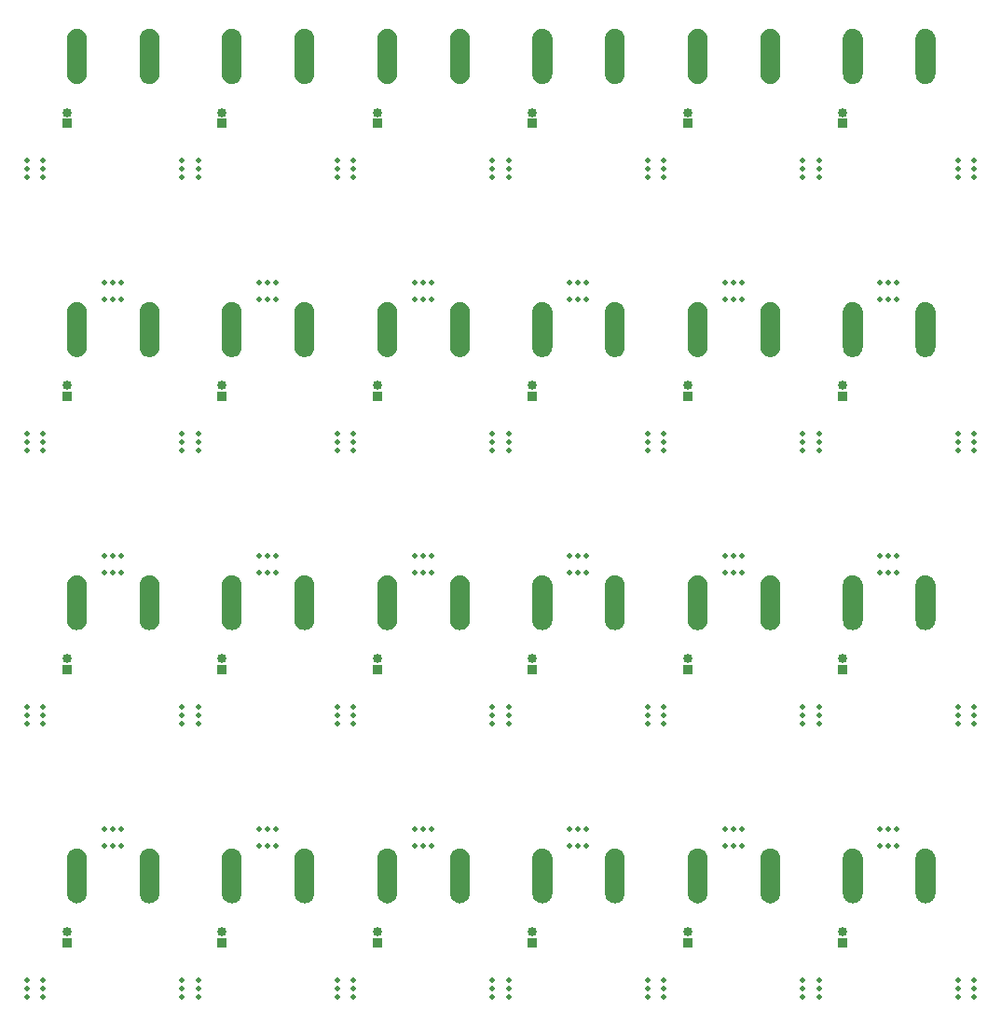
<source format=gbr>
%TF.GenerationSoftware,KiCad,Pcbnew,7.0.8*%
%TF.CreationDate,2024-02-11T12:05:53+00:00*%
%TF.ProjectId,QMK_controller_test,514d4b5f-636f-46e7-9472-6f6c6c65725f,rev?*%
%TF.SameCoordinates,Original*%
%TF.FileFunction,Soldermask,Bot*%
%TF.FilePolarity,Negative*%
%FSLAX46Y46*%
G04 Gerber Fmt 4.6, Leading zero omitted, Abs format (unit mm)*
G04 Created by KiCad (PCBNEW 7.0.8) date 2024-02-11 12:05:53*
%MOMM*%
%LPD*%
G01*
G04 APERTURE LIST*
%ADD10R,0.850000X0.850000*%
%ADD11O,0.850000X0.850000*%
%ADD12C,0.500000*%
G04 APERTURE END LIST*
D10*
%TO.C,J3*%
X109400000Y-67457500D03*
D11*
X109400000Y-66457500D03*
%TD*%
D12*
%TO.C,mouse-bite-2mm-slot*%
X105750000Y-72350000D03*
X107250000Y-72350000D03*
X105750000Y-71600000D03*
X107250000Y-71600000D03*
X105750000Y-70850000D03*
X107250000Y-70850000D03*
%TD*%
%TO.C,mouse-bite-2mm-slot*%
X162150000Y-72350000D03*
X163650000Y-72350000D03*
X162150000Y-71600000D03*
X163650000Y-71600000D03*
X162150000Y-70850000D03*
X163650000Y-70850000D03*
%TD*%
%TO.C,mouse-bite-2mm-slot*%
X141000000Y-106707500D03*
X141000000Y-108207500D03*
X141750000Y-106707500D03*
X141750000Y-108207500D03*
X142500000Y-106707500D03*
X142500000Y-108207500D03*
%TD*%
%TO.C,mouse-bite-2mm-slot*%
X98700000Y-131507500D03*
X98700000Y-133007500D03*
X99450000Y-131507500D03*
X99450000Y-133007500D03*
X100200000Y-131507500D03*
X100200000Y-133007500D03*
%TD*%
%TO.C,mouse-bite-2mm-slot*%
X91650000Y-146750000D03*
X93150000Y-146750000D03*
X91650000Y-146000000D03*
X93150000Y-146000000D03*
X91650000Y-145250000D03*
X93150000Y-145250000D03*
%TD*%
D10*
%TO.C,J3*%
X95300000Y-92257500D03*
D11*
X95300000Y-91257500D03*
%TD*%
D12*
%TO.C,mouse-bite-2mm-slot*%
X77550000Y-72350000D03*
X79050000Y-72350000D03*
X77550000Y-71600000D03*
X79050000Y-71600000D03*
X77550000Y-70850000D03*
X79050000Y-70850000D03*
%TD*%
%TO.C,mouse-bite-2mm-slot*%
X105750000Y-121950000D03*
X107250000Y-121950000D03*
X105750000Y-121200000D03*
X107250000Y-121200000D03*
X105750000Y-120450000D03*
X107250000Y-120450000D03*
%TD*%
%TO.C,mouse-bite-2mm-slot*%
X77550000Y-121950000D03*
X79050000Y-121950000D03*
X77550000Y-121200000D03*
X79050000Y-121200000D03*
X77550000Y-120450000D03*
X79050000Y-120450000D03*
%TD*%
%TO.C,mouse-bite-2mm-slot*%
X162150000Y-97150000D03*
X163650000Y-97150000D03*
X162150000Y-96400000D03*
X163650000Y-96400000D03*
X162150000Y-95650000D03*
X163650000Y-95650000D03*
%TD*%
%TO.C,mouse-bite-2mm-slot*%
X91650000Y-97150000D03*
X93150000Y-97150000D03*
X91650000Y-96400000D03*
X93150000Y-96400000D03*
X91650000Y-95650000D03*
X93150000Y-95650000D03*
%TD*%
%TO.C,mouse-bite-2mm-slot*%
X98700000Y-106707500D03*
X98700000Y-108207500D03*
X99450000Y-106707500D03*
X99450000Y-108207500D03*
X100200000Y-106707500D03*
X100200000Y-108207500D03*
%TD*%
D10*
%TO.C,J3*%
X81200000Y-141857500D03*
D11*
X81200000Y-140857500D03*
%TD*%
D10*
%TO.C,J3*%
X137600000Y-117057500D03*
D11*
X137600000Y-116057500D03*
%TD*%
D10*
%TO.C,J3*%
X123500000Y-117057500D03*
D11*
X123500000Y-116057500D03*
%TD*%
D12*
%TO.C,mouse-bite-2mm-slot*%
X119850000Y-121950000D03*
X121350000Y-121950000D03*
X119850000Y-121200000D03*
X121350000Y-121200000D03*
X119850000Y-120450000D03*
X121350000Y-120450000D03*
%TD*%
%TO.C,mouse-bite-2mm-slot*%
X133950000Y-121950000D03*
X135450000Y-121950000D03*
X133950000Y-121200000D03*
X135450000Y-121200000D03*
X133950000Y-120450000D03*
X135450000Y-120450000D03*
%TD*%
%TO.C,mouse-bite-2mm-slot*%
X133950000Y-72350000D03*
X135450000Y-72350000D03*
X133950000Y-71600000D03*
X135450000Y-71600000D03*
X133950000Y-70850000D03*
X135450000Y-70850000D03*
%TD*%
D10*
%TO.C,J3*%
X123500000Y-67457500D03*
D11*
X123500000Y-66457500D03*
%TD*%
D12*
%TO.C,mouse-bite-2mm-slot*%
X155100000Y-81907500D03*
X155100000Y-83407500D03*
X155850000Y-81907500D03*
X155850000Y-83407500D03*
X156600000Y-81907500D03*
X156600000Y-83407500D03*
%TD*%
%TO.C,mouse-bite-2mm-slot*%
X141000000Y-131507500D03*
X141000000Y-133007500D03*
X141750000Y-131507500D03*
X141750000Y-133007500D03*
X142500000Y-131507500D03*
X142500000Y-133007500D03*
%TD*%
D10*
%TO.C,J3*%
X123500000Y-141857500D03*
D11*
X123500000Y-140857500D03*
%TD*%
D10*
%TO.C,J3*%
X123500000Y-92257500D03*
D11*
X123500000Y-91257500D03*
%TD*%
D10*
%TO.C,J3*%
X137600000Y-67457500D03*
D11*
X137600000Y-66457500D03*
%TD*%
D12*
%TO.C,mouse-bite-2mm-slot*%
X112800000Y-131507500D03*
X112800000Y-133007500D03*
X113550000Y-131507500D03*
X113550000Y-133007500D03*
X114300000Y-131507500D03*
X114300000Y-133007500D03*
%TD*%
D10*
%TO.C,J3*%
X95300000Y-141857500D03*
D11*
X95300000Y-140857500D03*
%TD*%
D12*
%TO.C,mouse-bite-2mm-slot*%
X77550000Y-97150000D03*
X79050000Y-97150000D03*
X77550000Y-96400000D03*
X79050000Y-96400000D03*
X77550000Y-95650000D03*
X79050000Y-95650000D03*
%TD*%
%TO.C,mouse-bite-2mm-slot*%
X126900000Y-131507500D03*
X126900000Y-133007500D03*
X127650000Y-131507500D03*
X127650000Y-133007500D03*
X128400000Y-131507500D03*
X128400000Y-133007500D03*
%TD*%
%TO.C,mouse-bite-2mm-slot*%
X148050000Y-72350000D03*
X149550000Y-72350000D03*
X148050000Y-71600000D03*
X149550000Y-71600000D03*
X148050000Y-70850000D03*
X149550000Y-70850000D03*
%TD*%
%TO.C,mouse-bite-2mm-slot*%
X77550000Y-146750000D03*
X79050000Y-146750000D03*
X77550000Y-146000000D03*
X79050000Y-146000000D03*
X77550000Y-145250000D03*
X79050000Y-145250000D03*
%TD*%
D10*
%TO.C,J3*%
X109400000Y-92257500D03*
D11*
X109400000Y-91257500D03*
%TD*%
D10*
%TO.C,J3*%
X151700000Y-67457500D03*
D11*
X151700000Y-66457500D03*
%TD*%
D12*
%TO.C,mouse-bite-2mm-slot*%
X91650000Y-72350000D03*
X93150000Y-72350000D03*
X91650000Y-71600000D03*
X93150000Y-71600000D03*
X91650000Y-70850000D03*
X93150000Y-70850000D03*
%TD*%
D10*
%TO.C,J3*%
X95300000Y-117057500D03*
D11*
X95300000Y-116057500D03*
%TD*%
D12*
%TO.C,mouse-bite-2mm-slot*%
X119850000Y-97150000D03*
X121350000Y-97150000D03*
X119850000Y-96400000D03*
X121350000Y-96400000D03*
X119850000Y-95650000D03*
X121350000Y-95650000D03*
%TD*%
%TO.C,mouse-bite-2mm-slot*%
X133950000Y-97150000D03*
X135450000Y-97150000D03*
X133950000Y-96400000D03*
X135450000Y-96400000D03*
X133950000Y-95650000D03*
X135450000Y-95650000D03*
%TD*%
%TO.C,mouse-bite-2mm-slot*%
X141000000Y-81907500D03*
X141000000Y-83407500D03*
X141750000Y-81907500D03*
X141750000Y-83407500D03*
X142500000Y-81907500D03*
X142500000Y-83407500D03*
%TD*%
%TO.C,mouse-bite-2mm-slot*%
X84600000Y-106707500D03*
X84600000Y-108207500D03*
X85350000Y-106707500D03*
X85350000Y-108207500D03*
X86100000Y-106707500D03*
X86100000Y-108207500D03*
%TD*%
%TO.C,mouse-bite-2mm-slot*%
X84600000Y-81907500D03*
X84600000Y-83407500D03*
X85350000Y-81907500D03*
X85350000Y-83407500D03*
X86100000Y-81907500D03*
X86100000Y-83407500D03*
%TD*%
D10*
%TO.C,J3*%
X109400000Y-141857500D03*
D11*
X109400000Y-140857500D03*
%TD*%
D12*
%TO.C,mouse-bite-2mm-slot*%
X112800000Y-81907500D03*
X112800000Y-83407500D03*
X113550000Y-81907500D03*
X113550000Y-83407500D03*
X114300000Y-81907500D03*
X114300000Y-83407500D03*
%TD*%
D10*
%TO.C,J3*%
X151700000Y-117057500D03*
D11*
X151700000Y-116057500D03*
%TD*%
D12*
%TO.C,mouse-bite-2mm-slot*%
X162150000Y-121950000D03*
X163650000Y-121950000D03*
X162150000Y-121200000D03*
X163650000Y-121200000D03*
X162150000Y-120450000D03*
X163650000Y-120450000D03*
%TD*%
D10*
%TO.C,J3*%
X151700000Y-92257500D03*
D11*
X151700000Y-91257500D03*
%TD*%
D12*
%TO.C,mouse-bite-2mm-slot*%
X126900000Y-81907500D03*
X126900000Y-83407500D03*
X127650000Y-81907500D03*
X127650000Y-83407500D03*
X128400000Y-81907500D03*
X128400000Y-83407500D03*
%TD*%
%TO.C,mouse-bite-2mm-slot*%
X126900000Y-106707500D03*
X126900000Y-108207500D03*
X127650000Y-106707500D03*
X127650000Y-108207500D03*
X128400000Y-106707500D03*
X128400000Y-108207500D03*
%TD*%
%TO.C,mouse-bite-2mm-slot*%
X91650000Y-121950000D03*
X93150000Y-121950000D03*
X91650000Y-121200000D03*
X93150000Y-121200000D03*
X91650000Y-120450000D03*
X93150000Y-120450000D03*
%TD*%
%TO.C,mouse-bite-2mm-slot*%
X148050000Y-121950000D03*
X149550000Y-121950000D03*
X148050000Y-121200000D03*
X149550000Y-121200000D03*
X148050000Y-120450000D03*
X149550000Y-120450000D03*
%TD*%
D10*
%TO.C,J3*%
X109400000Y-117057500D03*
D11*
X109400000Y-116057500D03*
%TD*%
D10*
%TO.C,J3*%
X81200000Y-67457500D03*
D11*
X81200000Y-66457500D03*
%TD*%
D12*
%TO.C,mouse-bite-2mm-slot*%
X84600000Y-131507500D03*
X84600000Y-133007500D03*
X85350000Y-131507500D03*
X85350000Y-133007500D03*
X86100000Y-131507500D03*
X86100000Y-133007500D03*
%TD*%
%TO.C,mouse-bite-2mm-slot*%
X155100000Y-106707500D03*
X155100000Y-108207500D03*
X155850000Y-106707500D03*
X155850000Y-108207500D03*
X156600000Y-106707500D03*
X156600000Y-108207500D03*
%TD*%
%TO.C,mouse-bite-2mm-slot*%
X155100000Y-131507500D03*
X155100000Y-133007500D03*
X155850000Y-131507500D03*
X155850000Y-133007500D03*
X156600000Y-131507500D03*
X156600000Y-133007500D03*
%TD*%
%TO.C,mouse-bite-2mm-slot*%
X119850000Y-72350000D03*
X121350000Y-72350000D03*
X119850000Y-71600000D03*
X121350000Y-71600000D03*
X119850000Y-70850000D03*
X121350000Y-70850000D03*
%TD*%
%TO.C,mouse-bite-2mm-slot*%
X105750000Y-97150000D03*
X107250000Y-97150000D03*
X105750000Y-96400000D03*
X107250000Y-96400000D03*
X105750000Y-95650000D03*
X107250000Y-95650000D03*
%TD*%
%TO.C,mouse-bite-2mm-slot*%
X162150000Y-146750000D03*
X163650000Y-146750000D03*
X162150000Y-146000000D03*
X163650000Y-146000000D03*
X162150000Y-145250000D03*
X163650000Y-145250000D03*
%TD*%
%TO.C,mouse-bite-2mm-slot*%
X112800000Y-106707500D03*
X112800000Y-108207500D03*
X113550000Y-106707500D03*
X113550000Y-108207500D03*
X114300000Y-106707500D03*
X114300000Y-108207500D03*
%TD*%
D10*
%TO.C,J3*%
X95300000Y-67457500D03*
D11*
X95300000Y-66457500D03*
%TD*%
D12*
%TO.C,mouse-bite-2mm-slot*%
X105750000Y-146750000D03*
X107250000Y-146750000D03*
X105750000Y-146000000D03*
X107250000Y-146000000D03*
X105750000Y-145250000D03*
X107250000Y-145250000D03*
%TD*%
%TO.C,mouse-bite-2mm-slot*%
X119850000Y-146750000D03*
X121350000Y-146750000D03*
X119850000Y-146000000D03*
X121350000Y-146000000D03*
X119850000Y-145250000D03*
X121350000Y-145250000D03*
%TD*%
%TO.C,mouse-bite-2mm-slot*%
X148050000Y-97150000D03*
X149550000Y-97150000D03*
X148050000Y-96400000D03*
X149550000Y-96400000D03*
X148050000Y-95650000D03*
X149550000Y-95650000D03*
%TD*%
%TO.C,mouse-bite-2mm-slot*%
X98700000Y-81907500D03*
X98700000Y-83407500D03*
X99450000Y-81907500D03*
X99450000Y-83407500D03*
X100200000Y-81907500D03*
X100200000Y-83407500D03*
%TD*%
D10*
%TO.C,J3*%
X151700000Y-141857500D03*
D11*
X151700000Y-140857500D03*
%TD*%
D10*
%TO.C,J3*%
X81200000Y-92257500D03*
D11*
X81200000Y-91257500D03*
%TD*%
D12*
%TO.C,mouse-bite-2mm-slot*%
X148050000Y-146750000D03*
X149550000Y-146750000D03*
X148050000Y-146000000D03*
X149550000Y-146000000D03*
X148050000Y-145250000D03*
X149550000Y-145250000D03*
%TD*%
D10*
%TO.C,J3*%
X81200000Y-117057500D03*
D11*
X81200000Y-116057500D03*
%TD*%
D10*
%TO.C,J3*%
X137600000Y-92257500D03*
D11*
X137600000Y-91257500D03*
%TD*%
D12*
%TO.C,mouse-bite-2mm-slot*%
X133950000Y-146750000D03*
X135450000Y-146750000D03*
X133950000Y-146000000D03*
X135450000Y-146000000D03*
X133950000Y-145250000D03*
X135450000Y-145250000D03*
%TD*%
D10*
%TO.C,J3*%
X137600000Y-141857500D03*
D11*
X137600000Y-140857500D03*
%TD*%
G36*
X159386382Y-108478500D02*
G01*
X159413453Y-108484679D01*
X159577309Y-108542015D01*
X159602326Y-108554062D01*
X159749312Y-108646419D01*
X159771021Y-108663732D01*
X159893767Y-108786478D01*
X159911080Y-108808187D01*
X160003437Y-108955173D01*
X160015484Y-108980190D01*
X160072820Y-109144046D01*
X160078999Y-109171117D01*
X160099610Y-109354034D01*
X160100000Y-109360982D01*
X160100000Y-112554017D01*
X160099610Y-112560965D01*
X160078999Y-112743882D01*
X160072820Y-112770953D01*
X160015484Y-112934809D01*
X160003437Y-112959826D01*
X159911080Y-113106812D01*
X159893767Y-113128521D01*
X159771021Y-113251267D01*
X159749312Y-113268580D01*
X159602326Y-113360937D01*
X159577309Y-113372984D01*
X159413453Y-113430320D01*
X159386382Y-113436499D01*
X159213884Y-113455935D01*
X159186116Y-113455935D01*
X159013617Y-113436499D01*
X158986546Y-113430320D01*
X158822690Y-113372984D01*
X158797673Y-113360937D01*
X158650687Y-113268580D01*
X158628978Y-113251267D01*
X158506232Y-113128521D01*
X158488919Y-113106812D01*
X158396562Y-112959826D01*
X158384515Y-112934809D01*
X158327179Y-112770953D01*
X158321000Y-112743881D01*
X158300390Y-112560964D01*
X158300000Y-112554017D01*
X158300000Y-109360982D01*
X158300390Y-109354035D01*
X158321000Y-109171118D01*
X158327179Y-109144046D01*
X158384515Y-108980190D01*
X158396562Y-108955173D01*
X158488919Y-108808187D01*
X158506232Y-108786478D01*
X158628978Y-108663732D01*
X158650687Y-108646419D01*
X158797673Y-108554062D01*
X158822690Y-108542015D01*
X158986546Y-108484679D01*
X159013617Y-108478500D01*
X159186116Y-108459064D01*
X159213884Y-108459064D01*
X159386382Y-108478500D01*
G37*
G36*
X117086382Y-133278500D02*
G01*
X117113453Y-133284679D01*
X117277309Y-133342015D01*
X117302326Y-133354062D01*
X117449312Y-133446419D01*
X117471021Y-133463732D01*
X117593767Y-133586478D01*
X117611080Y-133608187D01*
X117703437Y-133755173D01*
X117715484Y-133780190D01*
X117772820Y-133944046D01*
X117778999Y-133971117D01*
X117799610Y-134154034D01*
X117800000Y-134160982D01*
X117800000Y-137354017D01*
X117799610Y-137360965D01*
X117778999Y-137543882D01*
X117772820Y-137570953D01*
X117715484Y-137734809D01*
X117703437Y-137759826D01*
X117611080Y-137906812D01*
X117593767Y-137928521D01*
X117471021Y-138051267D01*
X117449312Y-138068580D01*
X117302326Y-138160937D01*
X117277309Y-138172984D01*
X117113453Y-138230320D01*
X117086382Y-138236499D01*
X116913884Y-138255935D01*
X116886116Y-138255935D01*
X116713617Y-138236499D01*
X116686546Y-138230320D01*
X116522690Y-138172984D01*
X116497673Y-138160937D01*
X116350687Y-138068580D01*
X116328978Y-138051267D01*
X116206232Y-137928521D01*
X116188919Y-137906812D01*
X116096562Y-137759826D01*
X116084515Y-137734809D01*
X116027179Y-137570953D01*
X116021000Y-137543881D01*
X116000390Y-137360964D01*
X116000000Y-137354017D01*
X116000000Y-134160982D01*
X116000390Y-134154035D01*
X116021000Y-133971118D01*
X116027179Y-133944046D01*
X116084515Y-133780190D01*
X116096562Y-133755173D01*
X116188919Y-133608187D01*
X116206232Y-133586478D01*
X116328978Y-133463732D01*
X116350687Y-133446419D01*
X116497673Y-133354062D01*
X116522690Y-133342015D01*
X116686546Y-133284679D01*
X116713617Y-133278500D01*
X116886116Y-133259064D01*
X116913884Y-133259064D01*
X117086382Y-133278500D01*
G37*
G36*
X124586382Y-133278500D02*
G01*
X124613453Y-133284679D01*
X124777309Y-133342015D01*
X124802326Y-133354062D01*
X124949312Y-133446419D01*
X124971021Y-133463732D01*
X125093767Y-133586478D01*
X125111080Y-133608187D01*
X125203437Y-133755173D01*
X125215484Y-133780190D01*
X125272820Y-133944046D01*
X125278999Y-133971117D01*
X125299610Y-134154034D01*
X125300000Y-134160982D01*
X125300000Y-137354017D01*
X125299610Y-137360965D01*
X125278999Y-137543882D01*
X125272820Y-137570953D01*
X125215484Y-137734809D01*
X125203437Y-137759826D01*
X125111080Y-137906812D01*
X125093767Y-137928521D01*
X124971021Y-138051267D01*
X124949312Y-138068580D01*
X124802326Y-138160937D01*
X124777309Y-138172984D01*
X124613453Y-138230320D01*
X124586382Y-138236499D01*
X124413884Y-138255935D01*
X124386116Y-138255935D01*
X124213617Y-138236499D01*
X124186546Y-138230320D01*
X124022690Y-138172984D01*
X123997673Y-138160937D01*
X123850687Y-138068580D01*
X123828978Y-138051267D01*
X123706232Y-137928521D01*
X123688919Y-137906812D01*
X123596562Y-137759826D01*
X123584515Y-137734809D01*
X123527179Y-137570953D01*
X123521000Y-137543881D01*
X123500390Y-137360964D01*
X123500000Y-137354017D01*
X123500000Y-134160982D01*
X123500390Y-134154035D01*
X123521000Y-133971118D01*
X123527179Y-133944046D01*
X123584515Y-133780190D01*
X123596562Y-133755173D01*
X123688919Y-133608187D01*
X123706232Y-133586478D01*
X123828978Y-133463732D01*
X123850687Y-133446419D01*
X123997673Y-133354062D01*
X124022690Y-133342015D01*
X124186546Y-133284679D01*
X124213617Y-133278500D01*
X124386116Y-133259064D01*
X124413884Y-133259064D01*
X124586382Y-133278500D01*
G37*
G36*
X159386382Y-133278500D02*
G01*
X159413453Y-133284679D01*
X159577309Y-133342015D01*
X159602326Y-133354062D01*
X159749312Y-133446419D01*
X159771021Y-133463732D01*
X159893767Y-133586478D01*
X159911080Y-133608187D01*
X160003437Y-133755173D01*
X160015484Y-133780190D01*
X160072820Y-133944046D01*
X160078999Y-133971117D01*
X160099610Y-134154034D01*
X160100000Y-134160982D01*
X160100000Y-137354017D01*
X160099610Y-137360965D01*
X160078999Y-137543882D01*
X160072820Y-137570953D01*
X160015484Y-137734809D01*
X160003437Y-137759826D01*
X159911080Y-137906812D01*
X159893767Y-137928521D01*
X159771021Y-138051267D01*
X159749312Y-138068580D01*
X159602326Y-138160937D01*
X159577309Y-138172984D01*
X159413453Y-138230320D01*
X159386382Y-138236499D01*
X159213884Y-138255935D01*
X159186116Y-138255935D01*
X159013617Y-138236499D01*
X158986546Y-138230320D01*
X158822690Y-138172984D01*
X158797673Y-138160937D01*
X158650687Y-138068580D01*
X158628978Y-138051267D01*
X158506232Y-137928521D01*
X158488919Y-137906812D01*
X158396562Y-137759826D01*
X158384515Y-137734809D01*
X158327179Y-137570953D01*
X158321000Y-137543881D01*
X158300390Y-137360964D01*
X158300000Y-137354017D01*
X158300000Y-134160982D01*
X158300390Y-134154035D01*
X158321000Y-133971118D01*
X158327179Y-133944046D01*
X158384515Y-133780190D01*
X158396562Y-133755173D01*
X158488919Y-133608187D01*
X158506232Y-133586478D01*
X158628978Y-133463732D01*
X158650687Y-133446419D01*
X158797673Y-133354062D01*
X158822690Y-133342015D01*
X158986546Y-133284679D01*
X159013617Y-133278500D01*
X159186116Y-133259064D01*
X159213884Y-133259064D01*
X159386382Y-133278500D01*
G37*
G36*
X102986382Y-83678500D02*
G01*
X103013453Y-83684679D01*
X103177309Y-83742015D01*
X103202326Y-83754062D01*
X103349312Y-83846419D01*
X103371021Y-83863732D01*
X103493767Y-83986478D01*
X103511080Y-84008187D01*
X103603437Y-84155173D01*
X103615484Y-84180190D01*
X103672820Y-84344046D01*
X103678999Y-84371117D01*
X103699610Y-84554034D01*
X103700000Y-84560982D01*
X103700000Y-87754017D01*
X103699610Y-87760965D01*
X103678999Y-87943882D01*
X103672820Y-87970953D01*
X103615484Y-88134809D01*
X103603437Y-88159826D01*
X103511080Y-88306812D01*
X103493767Y-88328521D01*
X103371021Y-88451267D01*
X103349312Y-88468580D01*
X103202326Y-88560937D01*
X103177309Y-88572984D01*
X103013453Y-88630320D01*
X102986382Y-88636499D01*
X102813884Y-88655935D01*
X102786116Y-88655935D01*
X102613617Y-88636499D01*
X102586546Y-88630320D01*
X102422690Y-88572984D01*
X102397673Y-88560937D01*
X102250687Y-88468580D01*
X102228978Y-88451267D01*
X102106232Y-88328521D01*
X102088919Y-88306812D01*
X101996562Y-88159826D01*
X101984515Y-88134809D01*
X101927179Y-87970953D01*
X101921000Y-87943881D01*
X101900390Y-87760964D01*
X101900000Y-87754017D01*
X101900000Y-84560982D01*
X101900390Y-84554035D01*
X101921000Y-84371118D01*
X101927179Y-84344046D01*
X101984515Y-84180190D01*
X101996562Y-84155173D01*
X102088919Y-84008187D01*
X102106232Y-83986478D01*
X102228978Y-83863732D01*
X102250687Y-83846419D01*
X102397673Y-83754062D01*
X102422690Y-83742015D01*
X102586546Y-83684679D01*
X102613617Y-83678500D01*
X102786116Y-83659064D01*
X102813884Y-83659064D01*
X102986382Y-83678500D01*
G37*
G36*
X138686382Y-83678500D02*
G01*
X138713453Y-83684679D01*
X138877309Y-83742015D01*
X138902326Y-83754062D01*
X139049312Y-83846419D01*
X139071021Y-83863732D01*
X139193767Y-83986478D01*
X139211080Y-84008187D01*
X139303437Y-84155173D01*
X139315484Y-84180190D01*
X139372820Y-84344046D01*
X139378999Y-84371117D01*
X139399610Y-84554034D01*
X139400000Y-84560982D01*
X139400000Y-87754017D01*
X139399610Y-87760965D01*
X139378999Y-87943882D01*
X139372820Y-87970953D01*
X139315484Y-88134809D01*
X139303437Y-88159826D01*
X139211080Y-88306812D01*
X139193767Y-88328521D01*
X139071021Y-88451267D01*
X139049312Y-88468580D01*
X138902326Y-88560937D01*
X138877309Y-88572984D01*
X138713453Y-88630320D01*
X138686382Y-88636499D01*
X138513884Y-88655935D01*
X138486116Y-88655935D01*
X138313617Y-88636499D01*
X138286546Y-88630320D01*
X138122690Y-88572984D01*
X138097673Y-88560937D01*
X137950687Y-88468580D01*
X137928978Y-88451267D01*
X137806232Y-88328521D01*
X137788919Y-88306812D01*
X137696562Y-88159826D01*
X137684515Y-88134809D01*
X137627179Y-87970953D01*
X137621000Y-87943881D01*
X137600390Y-87760964D01*
X137600000Y-87754017D01*
X137600000Y-84560982D01*
X137600390Y-84554035D01*
X137621000Y-84371118D01*
X137627179Y-84344046D01*
X137684515Y-84180190D01*
X137696562Y-84155173D01*
X137788919Y-84008187D01*
X137806232Y-83986478D01*
X137928978Y-83863732D01*
X137950687Y-83846419D01*
X138097673Y-83754062D01*
X138122690Y-83742015D01*
X138286546Y-83684679D01*
X138313617Y-83678500D01*
X138486116Y-83659064D01*
X138513884Y-83659064D01*
X138686382Y-83678500D01*
G37*
G36*
X110486382Y-108478500D02*
G01*
X110513453Y-108484679D01*
X110677309Y-108542015D01*
X110702326Y-108554062D01*
X110849312Y-108646419D01*
X110871021Y-108663732D01*
X110993767Y-108786478D01*
X111011080Y-108808187D01*
X111103437Y-108955173D01*
X111115484Y-108980190D01*
X111172820Y-109144046D01*
X111178999Y-109171117D01*
X111199610Y-109354034D01*
X111200000Y-109360982D01*
X111200000Y-112554017D01*
X111199610Y-112560965D01*
X111178999Y-112743882D01*
X111172820Y-112770953D01*
X111115484Y-112934809D01*
X111103437Y-112959826D01*
X111011080Y-113106812D01*
X110993767Y-113128521D01*
X110871021Y-113251267D01*
X110849312Y-113268580D01*
X110702326Y-113360937D01*
X110677309Y-113372984D01*
X110513453Y-113430320D01*
X110486382Y-113436499D01*
X110313884Y-113455935D01*
X110286116Y-113455935D01*
X110113617Y-113436499D01*
X110086546Y-113430320D01*
X109922690Y-113372984D01*
X109897673Y-113360937D01*
X109750687Y-113268580D01*
X109728978Y-113251267D01*
X109606232Y-113128521D01*
X109588919Y-113106812D01*
X109496562Y-112959826D01*
X109484515Y-112934809D01*
X109427179Y-112770953D01*
X109421000Y-112743881D01*
X109400390Y-112560964D01*
X109400000Y-112554017D01*
X109400000Y-109360982D01*
X109400390Y-109354035D01*
X109421000Y-109171118D01*
X109427179Y-109144046D01*
X109484515Y-108980190D01*
X109496562Y-108955173D01*
X109588919Y-108808187D01*
X109606232Y-108786478D01*
X109728978Y-108663732D01*
X109750687Y-108646419D01*
X109897673Y-108554062D01*
X109922690Y-108542015D01*
X110086546Y-108484679D01*
X110113617Y-108478500D01*
X110286116Y-108459064D01*
X110313884Y-108459064D01*
X110486382Y-108478500D01*
G37*
G36*
X102986382Y-58878500D02*
G01*
X103013453Y-58884679D01*
X103177309Y-58942015D01*
X103202326Y-58954062D01*
X103349312Y-59046419D01*
X103371021Y-59063732D01*
X103493767Y-59186478D01*
X103511080Y-59208187D01*
X103603437Y-59355173D01*
X103615484Y-59380190D01*
X103672820Y-59544046D01*
X103678999Y-59571117D01*
X103699610Y-59754034D01*
X103700000Y-59760982D01*
X103700000Y-62954017D01*
X103699610Y-62960965D01*
X103678999Y-63143882D01*
X103672820Y-63170953D01*
X103615484Y-63334809D01*
X103603437Y-63359826D01*
X103511080Y-63506812D01*
X103493767Y-63528521D01*
X103371021Y-63651267D01*
X103349312Y-63668580D01*
X103202326Y-63760937D01*
X103177309Y-63772984D01*
X103013453Y-63830320D01*
X102986382Y-63836499D01*
X102813884Y-63855935D01*
X102786116Y-63855935D01*
X102613617Y-63836499D01*
X102586546Y-63830320D01*
X102422690Y-63772984D01*
X102397673Y-63760937D01*
X102250687Y-63668580D01*
X102228978Y-63651267D01*
X102106232Y-63528521D01*
X102088919Y-63506812D01*
X101996562Y-63359826D01*
X101984515Y-63334809D01*
X101927179Y-63170953D01*
X101921000Y-63143881D01*
X101900390Y-62960964D01*
X101900000Y-62954017D01*
X101900000Y-59760982D01*
X101900390Y-59754035D01*
X101921000Y-59571118D01*
X101927179Y-59544046D01*
X101984515Y-59380190D01*
X101996562Y-59355173D01*
X102088919Y-59208187D01*
X102106232Y-59186478D01*
X102228978Y-59063732D01*
X102250687Y-59046419D01*
X102397673Y-58954062D01*
X102422690Y-58942015D01*
X102586546Y-58884679D01*
X102613617Y-58878500D01*
X102786116Y-58859064D01*
X102813884Y-58859064D01*
X102986382Y-58878500D01*
G37*
G36*
X152786382Y-58878500D02*
G01*
X152813453Y-58884679D01*
X152977309Y-58942015D01*
X153002326Y-58954062D01*
X153149312Y-59046419D01*
X153171021Y-59063732D01*
X153293767Y-59186478D01*
X153311080Y-59208187D01*
X153403437Y-59355173D01*
X153415484Y-59380190D01*
X153472820Y-59544046D01*
X153478999Y-59571117D01*
X153499610Y-59754034D01*
X153500000Y-59760982D01*
X153500000Y-62954017D01*
X153499610Y-62960965D01*
X153478999Y-63143882D01*
X153472820Y-63170953D01*
X153415484Y-63334809D01*
X153403437Y-63359826D01*
X153311080Y-63506812D01*
X153293767Y-63528521D01*
X153171021Y-63651267D01*
X153149312Y-63668580D01*
X153002326Y-63760937D01*
X152977309Y-63772984D01*
X152813453Y-63830320D01*
X152786382Y-63836499D01*
X152613884Y-63855935D01*
X152586116Y-63855935D01*
X152413617Y-63836499D01*
X152386546Y-63830320D01*
X152222690Y-63772984D01*
X152197673Y-63760937D01*
X152050687Y-63668580D01*
X152028978Y-63651267D01*
X151906232Y-63528521D01*
X151888919Y-63506812D01*
X151796562Y-63359826D01*
X151784515Y-63334809D01*
X151727179Y-63170953D01*
X151721000Y-63143881D01*
X151700390Y-62960964D01*
X151700000Y-62954017D01*
X151700000Y-59760982D01*
X151700390Y-59754035D01*
X151721000Y-59571118D01*
X151727179Y-59544046D01*
X151784515Y-59380190D01*
X151796562Y-59355173D01*
X151888919Y-59208187D01*
X151906232Y-59186478D01*
X152028978Y-59063732D01*
X152050687Y-59046419D01*
X152197673Y-58954062D01*
X152222690Y-58942015D01*
X152386546Y-58884679D01*
X152413617Y-58878500D01*
X152586116Y-58859064D01*
X152613884Y-58859064D01*
X152786382Y-58878500D01*
G37*
G36*
X96386382Y-108478500D02*
G01*
X96413453Y-108484679D01*
X96577309Y-108542015D01*
X96602326Y-108554062D01*
X96749312Y-108646419D01*
X96771021Y-108663732D01*
X96893767Y-108786478D01*
X96911080Y-108808187D01*
X97003437Y-108955173D01*
X97015484Y-108980190D01*
X97072820Y-109144046D01*
X97078999Y-109171117D01*
X97099610Y-109354034D01*
X97100000Y-109360982D01*
X97100000Y-112554017D01*
X97099610Y-112560965D01*
X97078999Y-112743882D01*
X97072820Y-112770953D01*
X97015484Y-112934809D01*
X97003437Y-112959826D01*
X96911080Y-113106812D01*
X96893767Y-113128521D01*
X96771021Y-113251267D01*
X96749312Y-113268580D01*
X96602326Y-113360937D01*
X96577309Y-113372984D01*
X96413453Y-113430320D01*
X96386382Y-113436499D01*
X96213884Y-113455935D01*
X96186116Y-113455935D01*
X96013617Y-113436499D01*
X95986546Y-113430320D01*
X95822690Y-113372984D01*
X95797673Y-113360937D01*
X95650687Y-113268580D01*
X95628978Y-113251267D01*
X95506232Y-113128521D01*
X95488919Y-113106812D01*
X95396562Y-112959826D01*
X95384515Y-112934809D01*
X95327179Y-112770953D01*
X95321000Y-112743881D01*
X95300390Y-112560964D01*
X95300000Y-112554017D01*
X95300000Y-109360982D01*
X95300390Y-109354035D01*
X95321000Y-109171118D01*
X95327179Y-109144046D01*
X95384515Y-108980190D01*
X95396562Y-108955173D01*
X95488919Y-108808187D01*
X95506232Y-108786478D01*
X95628978Y-108663732D01*
X95650687Y-108646419D01*
X95797673Y-108554062D01*
X95822690Y-108542015D01*
X95986546Y-108484679D01*
X96013617Y-108478500D01*
X96186116Y-108459064D01*
X96213884Y-108459064D01*
X96386382Y-108478500D01*
G37*
G36*
X131186382Y-83678500D02*
G01*
X131213453Y-83684679D01*
X131377309Y-83742015D01*
X131402326Y-83754062D01*
X131549312Y-83846419D01*
X131571021Y-83863732D01*
X131693767Y-83986478D01*
X131711080Y-84008187D01*
X131803437Y-84155173D01*
X131815484Y-84180190D01*
X131872820Y-84344046D01*
X131878999Y-84371117D01*
X131899610Y-84554034D01*
X131900000Y-84560982D01*
X131900000Y-87754017D01*
X131899610Y-87760965D01*
X131878999Y-87943882D01*
X131872820Y-87970953D01*
X131815484Y-88134809D01*
X131803437Y-88159826D01*
X131711080Y-88306812D01*
X131693767Y-88328521D01*
X131571021Y-88451267D01*
X131549312Y-88468580D01*
X131402326Y-88560937D01*
X131377309Y-88572984D01*
X131213453Y-88630320D01*
X131186382Y-88636499D01*
X131013884Y-88655935D01*
X130986116Y-88655935D01*
X130813617Y-88636499D01*
X130786546Y-88630320D01*
X130622690Y-88572984D01*
X130597673Y-88560937D01*
X130450687Y-88468580D01*
X130428978Y-88451267D01*
X130306232Y-88328521D01*
X130288919Y-88306812D01*
X130196562Y-88159826D01*
X130184515Y-88134809D01*
X130127179Y-87970953D01*
X130121000Y-87943881D01*
X130100390Y-87760964D01*
X130100000Y-87754017D01*
X130100000Y-84560982D01*
X130100390Y-84554035D01*
X130121000Y-84371118D01*
X130127179Y-84344046D01*
X130184515Y-84180190D01*
X130196562Y-84155173D01*
X130288919Y-84008187D01*
X130306232Y-83986478D01*
X130428978Y-83863732D01*
X130450687Y-83846419D01*
X130597673Y-83754062D01*
X130622690Y-83742015D01*
X130786546Y-83684679D01*
X130813617Y-83678500D01*
X130986116Y-83659064D01*
X131013884Y-83659064D01*
X131186382Y-83678500D01*
G37*
G36*
X110486382Y-58878500D02*
G01*
X110513453Y-58884679D01*
X110677309Y-58942015D01*
X110702326Y-58954062D01*
X110849312Y-59046419D01*
X110871021Y-59063732D01*
X110993767Y-59186478D01*
X111011080Y-59208187D01*
X111103437Y-59355173D01*
X111115484Y-59380190D01*
X111172820Y-59544046D01*
X111178999Y-59571117D01*
X111199610Y-59754034D01*
X111200000Y-59760982D01*
X111200000Y-62954017D01*
X111199610Y-62960965D01*
X111178999Y-63143882D01*
X111172820Y-63170953D01*
X111115484Y-63334809D01*
X111103437Y-63359826D01*
X111011080Y-63506812D01*
X110993767Y-63528521D01*
X110871021Y-63651267D01*
X110849312Y-63668580D01*
X110702326Y-63760937D01*
X110677309Y-63772984D01*
X110513453Y-63830320D01*
X110486382Y-63836499D01*
X110313884Y-63855935D01*
X110286116Y-63855935D01*
X110113617Y-63836499D01*
X110086546Y-63830320D01*
X109922690Y-63772984D01*
X109897673Y-63760937D01*
X109750687Y-63668580D01*
X109728978Y-63651267D01*
X109606232Y-63528521D01*
X109588919Y-63506812D01*
X109496562Y-63359826D01*
X109484515Y-63334809D01*
X109427179Y-63170953D01*
X109421000Y-63143881D01*
X109400390Y-62960964D01*
X109400000Y-62954017D01*
X109400000Y-59760982D01*
X109400390Y-59754035D01*
X109421000Y-59571118D01*
X109427179Y-59544046D01*
X109484515Y-59380190D01*
X109496562Y-59355173D01*
X109588919Y-59208187D01*
X109606232Y-59186478D01*
X109728978Y-59063732D01*
X109750687Y-59046419D01*
X109897673Y-58954062D01*
X109922690Y-58942015D01*
X110086546Y-58884679D01*
X110113617Y-58878500D01*
X110286116Y-58859064D01*
X110313884Y-58859064D01*
X110486382Y-58878500D01*
G37*
G36*
X159386382Y-83678500D02*
G01*
X159413453Y-83684679D01*
X159577309Y-83742015D01*
X159602326Y-83754062D01*
X159749312Y-83846419D01*
X159771021Y-83863732D01*
X159893767Y-83986478D01*
X159911080Y-84008187D01*
X160003437Y-84155173D01*
X160015484Y-84180190D01*
X160072820Y-84344046D01*
X160078999Y-84371117D01*
X160099610Y-84554034D01*
X160100000Y-84560982D01*
X160100000Y-87754017D01*
X160099610Y-87760965D01*
X160078999Y-87943882D01*
X160072820Y-87970953D01*
X160015484Y-88134809D01*
X160003437Y-88159826D01*
X159911080Y-88306812D01*
X159893767Y-88328521D01*
X159771021Y-88451267D01*
X159749312Y-88468580D01*
X159602326Y-88560937D01*
X159577309Y-88572984D01*
X159413453Y-88630320D01*
X159386382Y-88636499D01*
X159213884Y-88655935D01*
X159186116Y-88655935D01*
X159013617Y-88636499D01*
X158986546Y-88630320D01*
X158822690Y-88572984D01*
X158797673Y-88560937D01*
X158650687Y-88468580D01*
X158628978Y-88451267D01*
X158506232Y-88328521D01*
X158488919Y-88306812D01*
X158396562Y-88159826D01*
X158384515Y-88134809D01*
X158327179Y-87970953D01*
X158321000Y-87943881D01*
X158300390Y-87760964D01*
X158300000Y-87754017D01*
X158300000Y-84560982D01*
X158300390Y-84554035D01*
X158321000Y-84371118D01*
X158327179Y-84344046D01*
X158384515Y-84180190D01*
X158396562Y-84155173D01*
X158488919Y-84008187D01*
X158506232Y-83986478D01*
X158628978Y-83863732D01*
X158650687Y-83846419D01*
X158797673Y-83754062D01*
X158822690Y-83742015D01*
X158986546Y-83684679D01*
X159013617Y-83678500D01*
X159186116Y-83659064D01*
X159213884Y-83659064D01*
X159386382Y-83678500D01*
G37*
G36*
X152786382Y-108478500D02*
G01*
X152813453Y-108484679D01*
X152977309Y-108542015D01*
X153002326Y-108554062D01*
X153149312Y-108646419D01*
X153171021Y-108663732D01*
X153293767Y-108786478D01*
X153311080Y-108808187D01*
X153403437Y-108955173D01*
X153415484Y-108980190D01*
X153472820Y-109144046D01*
X153478999Y-109171117D01*
X153499610Y-109354034D01*
X153500000Y-109360982D01*
X153500000Y-112554017D01*
X153499610Y-112560965D01*
X153478999Y-112743882D01*
X153472820Y-112770953D01*
X153415484Y-112934809D01*
X153403437Y-112959826D01*
X153311080Y-113106812D01*
X153293767Y-113128521D01*
X153171021Y-113251267D01*
X153149312Y-113268580D01*
X153002326Y-113360937D01*
X152977309Y-113372984D01*
X152813453Y-113430320D01*
X152786382Y-113436499D01*
X152613884Y-113455935D01*
X152586116Y-113455935D01*
X152413617Y-113436499D01*
X152386546Y-113430320D01*
X152222690Y-113372984D01*
X152197673Y-113360937D01*
X152050687Y-113268580D01*
X152028978Y-113251267D01*
X151906232Y-113128521D01*
X151888919Y-113106812D01*
X151796562Y-112959826D01*
X151784515Y-112934809D01*
X151727179Y-112770953D01*
X151721000Y-112743881D01*
X151700390Y-112560964D01*
X151700000Y-112554017D01*
X151700000Y-109360982D01*
X151700390Y-109354035D01*
X151721000Y-109171118D01*
X151727179Y-109144046D01*
X151784515Y-108980190D01*
X151796562Y-108955173D01*
X151888919Y-108808187D01*
X151906232Y-108786478D01*
X152028978Y-108663732D01*
X152050687Y-108646419D01*
X152197673Y-108554062D01*
X152222690Y-108542015D01*
X152386546Y-108484679D01*
X152413617Y-108478500D01*
X152586116Y-108459064D01*
X152613884Y-108459064D01*
X152786382Y-108478500D01*
G37*
G36*
X88886382Y-133278500D02*
G01*
X88913453Y-133284679D01*
X89077309Y-133342015D01*
X89102326Y-133354062D01*
X89249312Y-133446419D01*
X89271021Y-133463732D01*
X89393767Y-133586478D01*
X89411080Y-133608187D01*
X89503437Y-133755173D01*
X89515484Y-133780190D01*
X89572820Y-133944046D01*
X89578999Y-133971117D01*
X89599610Y-134154034D01*
X89600000Y-134160982D01*
X89600000Y-137354017D01*
X89599610Y-137360965D01*
X89578999Y-137543882D01*
X89572820Y-137570953D01*
X89515484Y-137734809D01*
X89503437Y-137759826D01*
X89411080Y-137906812D01*
X89393767Y-137928521D01*
X89271021Y-138051267D01*
X89249312Y-138068580D01*
X89102326Y-138160937D01*
X89077309Y-138172984D01*
X88913453Y-138230320D01*
X88886382Y-138236499D01*
X88713884Y-138255935D01*
X88686116Y-138255935D01*
X88513617Y-138236499D01*
X88486546Y-138230320D01*
X88322690Y-138172984D01*
X88297673Y-138160937D01*
X88150687Y-138068580D01*
X88128978Y-138051267D01*
X88006232Y-137928521D01*
X87988919Y-137906812D01*
X87896562Y-137759826D01*
X87884515Y-137734809D01*
X87827179Y-137570953D01*
X87821000Y-137543881D01*
X87800390Y-137360964D01*
X87800000Y-137354017D01*
X87800000Y-134160982D01*
X87800390Y-134154035D01*
X87821000Y-133971118D01*
X87827179Y-133944046D01*
X87884515Y-133780190D01*
X87896562Y-133755173D01*
X87988919Y-133608187D01*
X88006232Y-133586478D01*
X88128978Y-133463732D01*
X88150687Y-133446419D01*
X88297673Y-133354062D01*
X88322690Y-133342015D01*
X88486546Y-133284679D01*
X88513617Y-133278500D01*
X88686116Y-133259064D01*
X88713884Y-133259064D01*
X88886382Y-133278500D01*
G37*
G36*
X110486382Y-83678500D02*
G01*
X110513453Y-83684679D01*
X110677309Y-83742015D01*
X110702326Y-83754062D01*
X110849312Y-83846419D01*
X110871021Y-83863732D01*
X110993767Y-83986478D01*
X111011080Y-84008187D01*
X111103437Y-84155173D01*
X111115484Y-84180190D01*
X111172820Y-84344046D01*
X111178999Y-84371117D01*
X111199610Y-84554034D01*
X111200000Y-84560982D01*
X111200000Y-87754017D01*
X111199610Y-87760965D01*
X111178999Y-87943882D01*
X111172820Y-87970953D01*
X111115484Y-88134809D01*
X111103437Y-88159826D01*
X111011080Y-88306812D01*
X110993767Y-88328521D01*
X110871021Y-88451267D01*
X110849312Y-88468580D01*
X110702326Y-88560937D01*
X110677309Y-88572984D01*
X110513453Y-88630320D01*
X110486382Y-88636499D01*
X110313884Y-88655935D01*
X110286116Y-88655935D01*
X110113617Y-88636499D01*
X110086546Y-88630320D01*
X109922690Y-88572984D01*
X109897673Y-88560937D01*
X109750687Y-88468580D01*
X109728978Y-88451267D01*
X109606232Y-88328521D01*
X109588919Y-88306812D01*
X109496562Y-88159826D01*
X109484515Y-88134809D01*
X109427179Y-87970953D01*
X109421000Y-87943881D01*
X109400390Y-87760964D01*
X109400000Y-87754017D01*
X109400000Y-84560982D01*
X109400390Y-84554035D01*
X109421000Y-84371118D01*
X109427179Y-84344046D01*
X109484515Y-84180190D01*
X109496562Y-84155173D01*
X109588919Y-84008187D01*
X109606232Y-83986478D01*
X109728978Y-83863732D01*
X109750687Y-83846419D01*
X109897673Y-83754062D01*
X109922690Y-83742015D01*
X110086546Y-83684679D01*
X110113617Y-83678500D01*
X110286116Y-83659064D01*
X110313884Y-83659064D01*
X110486382Y-83678500D01*
G37*
G36*
X82286382Y-83678500D02*
G01*
X82313453Y-83684679D01*
X82477309Y-83742015D01*
X82502326Y-83754062D01*
X82649312Y-83846419D01*
X82671021Y-83863732D01*
X82793767Y-83986478D01*
X82811080Y-84008187D01*
X82903437Y-84155173D01*
X82915484Y-84180190D01*
X82972820Y-84344046D01*
X82978999Y-84371117D01*
X82999610Y-84554034D01*
X83000000Y-84560982D01*
X83000000Y-87754017D01*
X82999610Y-87760965D01*
X82978999Y-87943882D01*
X82972820Y-87970953D01*
X82915484Y-88134809D01*
X82903437Y-88159826D01*
X82811080Y-88306812D01*
X82793767Y-88328521D01*
X82671021Y-88451267D01*
X82649312Y-88468580D01*
X82502326Y-88560937D01*
X82477309Y-88572984D01*
X82313453Y-88630320D01*
X82286382Y-88636499D01*
X82113884Y-88655935D01*
X82086116Y-88655935D01*
X81913617Y-88636499D01*
X81886546Y-88630320D01*
X81722690Y-88572984D01*
X81697673Y-88560937D01*
X81550687Y-88468580D01*
X81528978Y-88451267D01*
X81406232Y-88328521D01*
X81388919Y-88306812D01*
X81296562Y-88159826D01*
X81284515Y-88134809D01*
X81227179Y-87970953D01*
X81221000Y-87943881D01*
X81200390Y-87760964D01*
X81200000Y-87754017D01*
X81200000Y-84560982D01*
X81200390Y-84554035D01*
X81221000Y-84371118D01*
X81227179Y-84344046D01*
X81284515Y-84180190D01*
X81296562Y-84155173D01*
X81388919Y-84008187D01*
X81406232Y-83986478D01*
X81528978Y-83863732D01*
X81550687Y-83846419D01*
X81697673Y-83754062D01*
X81722690Y-83742015D01*
X81886546Y-83684679D01*
X81913617Y-83678500D01*
X82086116Y-83659064D01*
X82113884Y-83659064D01*
X82286382Y-83678500D01*
G37*
G36*
X131186382Y-108478500D02*
G01*
X131213453Y-108484679D01*
X131377309Y-108542015D01*
X131402326Y-108554062D01*
X131549312Y-108646419D01*
X131571021Y-108663732D01*
X131693767Y-108786478D01*
X131711080Y-108808187D01*
X131803437Y-108955173D01*
X131815484Y-108980190D01*
X131872820Y-109144046D01*
X131878999Y-109171117D01*
X131899610Y-109354034D01*
X131900000Y-109360982D01*
X131900000Y-112554017D01*
X131899610Y-112560965D01*
X131878999Y-112743882D01*
X131872820Y-112770953D01*
X131815484Y-112934809D01*
X131803437Y-112959826D01*
X131711080Y-113106812D01*
X131693767Y-113128521D01*
X131571021Y-113251267D01*
X131549312Y-113268580D01*
X131402326Y-113360937D01*
X131377309Y-113372984D01*
X131213453Y-113430320D01*
X131186382Y-113436499D01*
X131013884Y-113455935D01*
X130986116Y-113455935D01*
X130813617Y-113436499D01*
X130786546Y-113430320D01*
X130622690Y-113372984D01*
X130597673Y-113360937D01*
X130450687Y-113268580D01*
X130428978Y-113251267D01*
X130306232Y-113128521D01*
X130288919Y-113106812D01*
X130196562Y-112959826D01*
X130184515Y-112934809D01*
X130127179Y-112770953D01*
X130121000Y-112743881D01*
X130100390Y-112560964D01*
X130100000Y-112554017D01*
X130100000Y-109360982D01*
X130100390Y-109354035D01*
X130121000Y-109171118D01*
X130127179Y-109144046D01*
X130184515Y-108980190D01*
X130196562Y-108955173D01*
X130288919Y-108808187D01*
X130306232Y-108786478D01*
X130428978Y-108663732D01*
X130450687Y-108646419D01*
X130597673Y-108554062D01*
X130622690Y-108542015D01*
X130786546Y-108484679D01*
X130813617Y-108478500D01*
X130986116Y-108459064D01*
X131013884Y-108459064D01*
X131186382Y-108478500D01*
G37*
G36*
X159386382Y-58878500D02*
G01*
X159413453Y-58884679D01*
X159577309Y-58942015D01*
X159602326Y-58954062D01*
X159749312Y-59046419D01*
X159771021Y-59063732D01*
X159893767Y-59186478D01*
X159911080Y-59208187D01*
X160003437Y-59355173D01*
X160015484Y-59380190D01*
X160072820Y-59544046D01*
X160078999Y-59571117D01*
X160099610Y-59754034D01*
X160100000Y-59760982D01*
X160100000Y-62954017D01*
X160099610Y-62960965D01*
X160078999Y-63143882D01*
X160072820Y-63170953D01*
X160015484Y-63334809D01*
X160003437Y-63359826D01*
X159911080Y-63506812D01*
X159893767Y-63528521D01*
X159771021Y-63651267D01*
X159749312Y-63668580D01*
X159602326Y-63760937D01*
X159577309Y-63772984D01*
X159413453Y-63830320D01*
X159386382Y-63836499D01*
X159213884Y-63855935D01*
X159186116Y-63855935D01*
X159013617Y-63836499D01*
X158986546Y-63830320D01*
X158822690Y-63772984D01*
X158797673Y-63760937D01*
X158650687Y-63668580D01*
X158628978Y-63651267D01*
X158506232Y-63528521D01*
X158488919Y-63506812D01*
X158396562Y-63359826D01*
X158384515Y-63334809D01*
X158327179Y-63170953D01*
X158321000Y-63143881D01*
X158300390Y-62960964D01*
X158300000Y-62954017D01*
X158300000Y-59760982D01*
X158300390Y-59754035D01*
X158321000Y-59571118D01*
X158327179Y-59544046D01*
X158384515Y-59380190D01*
X158396562Y-59355173D01*
X158488919Y-59208187D01*
X158506232Y-59186478D01*
X158628978Y-59063732D01*
X158650687Y-59046419D01*
X158797673Y-58954062D01*
X158822690Y-58942015D01*
X158986546Y-58884679D01*
X159013617Y-58878500D01*
X159186116Y-58859064D01*
X159213884Y-58859064D01*
X159386382Y-58878500D01*
G37*
G36*
X102986382Y-108478500D02*
G01*
X103013453Y-108484679D01*
X103177309Y-108542015D01*
X103202326Y-108554062D01*
X103349312Y-108646419D01*
X103371021Y-108663732D01*
X103493767Y-108786478D01*
X103511080Y-108808187D01*
X103603437Y-108955173D01*
X103615484Y-108980190D01*
X103672820Y-109144046D01*
X103678999Y-109171117D01*
X103699610Y-109354034D01*
X103700000Y-109360982D01*
X103700000Y-112554017D01*
X103699610Y-112560965D01*
X103678999Y-112743882D01*
X103672820Y-112770953D01*
X103615484Y-112934809D01*
X103603437Y-112959826D01*
X103511080Y-113106812D01*
X103493767Y-113128521D01*
X103371021Y-113251267D01*
X103349312Y-113268580D01*
X103202326Y-113360937D01*
X103177309Y-113372984D01*
X103013453Y-113430320D01*
X102986382Y-113436499D01*
X102813884Y-113455935D01*
X102786116Y-113455935D01*
X102613617Y-113436499D01*
X102586546Y-113430320D01*
X102422690Y-113372984D01*
X102397673Y-113360937D01*
X102250687Y-113268580D01*
X102228978Y-113251267D01*
X102106232Y-113128521D01*
X102088919Y-113106812D01*
X101996562Y-112959826D01*
X101984515Y-112934809D01*
X101927179Y-112770953D01*
X101921000Y-112743881D01*
X101900390Y-112560964D01*
X101900000Y-112554017D01*
X101900000Y-109360982D01*
X101900390Y-109354035D01*
X101921000Y-109171118D01*
X101927179Y-109144046D01*
X101984515Y-108980190D01*
X101996562Y-108955173D01*
X102088919Y-108808187D01*
X102106232Y-108786478D01*
X102228978Y-108663732D01*
X102250687Y-108646419D01*
X102397673Y-108554062D01*
X102422690Y-108542015D01*
X102586546Y-108484679D01*
X102613617Y-108478500D01*
X102786116Y-108459064D01*
X102813884Y-108459064D01*
X102986382Y-108478500D01*
G37*
G36*
X145286382Y-83678500D02*
G01*
X145313453Y-83684679D01*
X145477309Y-83742015D01*
X145502326Y-83754062D01*
X145649312Y-83846419D01*
X145671021Y-83863732D01*
X145793767Y-83986478D01*
X145811080Y-84008187D01*
X145903437Y-84155173D01*
X145915484Y-84180190D01*
X145972820Y-84344046D01*
X145978999Y-84371117D01*
X145999610Y-84554034D01*
X146000000Y-84560982D01*
X146000000Y-87754017D01*
X145999610Y-87760965D01*
X145978999Y-87943882D01*
X145972820Y-87970953D01*
X145915484Y-88134809D01*
X145903437Y-88159826D01*
X145811080Y-88306812D01*
X145793767Y-88328521D01*
X145671021Y-88451267D01*
X145649312Y-88468580D01*
X145502326Y-88560937D01*
X145477309Y-88572984D01*
X145313453Y-88630320D01*
X145286382Y-88636499D01*
X145113884Y-88655935D01*
X145086116Y-88655935D01*
X144913617Y-88636499D01*
X144886546Y-88630320D01*
X144722690Y-88572984D01*
X144697673Y-88560937D01*
X144550687Y-88468580D01*
X144528978Y-88451267D01*
X144406232Y-88328521D01*
X144388919Y-88306812D01*
X144296562Y-88159826D01*
X144284515Y-88134809D01*
X144227179Y-87970953D01*
X144221000Y-87943881D01*
X144200390Y-87760964D01*
X144200000Y-87754017D01*
X144200000Y-84560982D01*
X144200390Y-84554035D01*
X144221000Y-84371118D01*
X144227179Y-84344046D01*
X144284515Y-84180190D01*
X144296562Y-84155173D01*
X144388919Y-84008187D01*
X144406232Y-83986478D01*
X144528978Y-83863732D01*
X144550687Y-83846419D01*
X144697673Y-83754062D01*
X144722690Y-83742015D01*
X144886546Y-83684679D01*
X144913617Y-83678500D01*
X145086116Y-83659064D01*
X145113884Y-83659064D01*
X145286382Y-83678500D01*
G37*
G36*
X82286382Y-108478500D02*
G01*
X82313453Y-108484679D01*
X82477309Y-108542015D01*
X82502326Y-108554062D01*
X82649312Y-108646419D01*
X82671021Y-108663732D01*
X82793767Y-108786478D01*
X82811080Y-108808187D01*
X82903437Y-108955173D01*
X82915484Y-108980190D01*
X82972820Y-109144046D01*
X82978999Y-109171117D01*
X82999610Y-109354034D01*
X83000000Y-109360982D01*
X83000000Y-112554017D01*
X82999610Y-112560965D01*
X82978999Y-112743882D01*
X82972820Y-112770953D01*
X82915484Y-112934809D01*
X82903437Y-112959826D01*
X82811080Y-113106812D01*
X82793767Y-113128521D01*
X82671021Y-113251267D01*
X82649312Y-113268580D01*
X82502326Y-113360937D01*
X82477309Y-113372984D01*
X82313453Y-113430320D01*
X82286382Y-113436499D01*
X82113884Y-113455935D01*
X82086116Y-113455935D01*
X81913617Y-113436499D01*
X81886546Y-113430320D01*
X81722690Y-113372984D01*
X81697673Y-113360937D01*
X81550687Y-113268580D01*
X81528978Y-113251267D01*
X81406232Y-113128521D01*
X81388919Y-113106812D01*
X81296562Y-112959826D01*
X81284515Y-112934809D01*
X81227179Y-112770953D01*
X81221000Y-112743881D01*
X81200390Y-112560964D01*
X81200000Y-112554017D01*
X81200000Y-109360982D01*
X81200390Y-109354035D01*
X81221000Y-109171118D01*
X81227179Y-109144046D01*
X81284515Y-108980190D01*
X81296562Y-108955173D01*
X81388919Y-108808187D01*
X81406232Y-108786478D01*
X81528978Y-108663732D01*
X81550687Y-108646419D01*
X81697673Y-108554062D01*
X81722690Y-108542015D01*
X81886546Y-108484679D01*
X81913617Y-108478500D01*
X82086116Y-108459064D01*
X82113884Y-108459064D01*
X82286382Y-108478500D01*
G37*
G36*
X131186382Y-133278500D02*
G01*
X131213453Y-133284679D01*
X131377309Y-133342015D01*
X131402326Y-133354062D01*
X131549312Y-133446419D01*
X131571021Y-133463732D01*
X131693767Y-133586478D01*
X131711080Y-133608187D01*
X131803437Y-133755173D01*
X131815484Y-133780190D01*
X131872820Y-133944046D01*
X131878999Y-133971117D01*
X131899610Y-134154034D01*
X131900000Y-134160982D01*
X131900000Y-137354017D01*
X131899610Y-137360965D01*
X131878999Y-137543882D01*
X131872820Y-137570953D01*
X131815484Y-137734809D01*
X131803437Y-137759826D01*
X131711080Y-137906812D01*
X131693767Y-137928521D01*
X131571021Y-138051267D01*
X131549312Y-138068580D01*
X131402326Y-138160937D01*
X131377309Y-138172984D01*
X131213453Y-138230320D01*
X131186382Y-138236499D01*
X131013884Y-138255935D01*
X130986116Y-138255935D01*
X130813617Y-138236499D01*
X130786546Y-138230320D01*
X130622690Y-138172984D01*
X130597673Y-138160937D01*
X130450687Y-138068580D01*
X130428978Y-138051267D01*
X130306232Y-137928521D01*
X130288919Y-137906812D01*
X130196562Y-137759826D01*
X130184515Y-137734809D01*
X130127179Y-137570953D01*
X130121000Y-137543881D01*
X130100390Y-137360964D01*
X130100000Y-137354017D01*
X130100000Y-134160982D01*
X130100390Y-134154035D01*
X130121000Y-133971118D01*
X130127179Y-133944046D01*
X130184515Y-133780190D01*
X130196562Y-133755173D01*
X130288919Y-133608187D01*
X130306232Y-133586478D01*
X130428978Y-133463732D01*
X130450687Y-133446419D01*
X130597673Y-133354062D01*
X130622690Y-133342015D01*
X130786546Y-133284679D01*
X130813617Y-133278500D01*
X130986116Y-133259064D01*
X131013884Y-133259064D01*
X131186382Y-133278500D01*
G37*
G36*
X96386382Y-58878500D02*
G01*
X96413453Y-58884679D01*
X96577309Y-58942015D01*
X96602326Y-58954062D01*
X96749312Y-59046419D01*
X96771021Y-59063732D01*
X96893767Y-59186478D01*
X96911080Y-59208187D01*
X97003437Y-59355173D01*
X97015484Y-59380190D01*
X97072820Y-59544046D01*
X97078999Y-59571117D01*
X97099610Y-59754034D01*
X97100000Y-59760982D01*
X97100000Y-62954017D01*
X97099610Y-62960965D01*
X97078999Y-63143882D01*
X97072820Y-63170953D01*
X97015484Y-63334809D01*
X97003437Y-63359826D01*
X96911080Y-63506812D01*
X96893767Y-63528521D01*
X96771021Y-63651267D01*
X96749312Y-63668580D01*
X96602326Y-63760937D01*
X96577309Y-63772984D01*
X96413453Y-63830320D01*
X96386382Y-63836499D01*
X96213884Y-63855935D01*
X96186116Y-63855935D01*
X96013617Y-63836499D01*
X95986546Y-63830320D01*
X95822690Y-63772984D01*
X95797673Y-63760937D01*
X95650687Y-63668580D01*
X95628978Y-63651267D01*
X95506232Y-63528521D01*
X95488919Y-63506812D01*
X95396562Y-63359826D01*
X95384515Y-63334809D01*
X95327179Y-63170953D01*
X95321000Y-63143881D01*
X95300390Y-62960964D01*
X95300000Y-62954017D01*
X95300000Y-59760982D01*
X95300390Y-59754035D01*
X95321000Y-59571118D01*
X95327179Y-59544046D01*
X95384515Y-59380190D01*
X95396562Y-59355173D01*
X95488919Y-59208187D01*
X95506232Y-59186478D01*
X95628978Y-59063732D01*
X95650687Y-59046419D01*
X95797673Y-58954062D01*
X95822690Y-58942015D01*
X95986546Y-58884679D01*
X96013617Y-58878500D01*
X96186116Y-58859064D01*
X96213884Y-58859064D01*
X96386382Y-58878500D01*
G37*
G36*
X138686382Y-133278500D02*
G01*
X138713453Y-133284679D01*
X138877309Y-133342015D01*
X138902326Y-133354062D01*
X139049312Y-133446419D01*
X139071021Y-133463732D01*
X139193767Y-133586478D01*
X139211080Y-133608187D01*
X139303437Y-133755173D01*
X139315484Y-133780190D01*
X139372820Y-133944046D01*
X139378999Y-133971117D01*
X139399610Y-134154034D01*
X139400000Y-134160982D01*
X139400000Y-137354017D01*
X139399610Y-137360965D01*
X139378999Y-137543882D01*
X139372820Y-137570953D01*
X139315484Y-137734809D01*
X139303437Y-137759826D01*
X139211080Y-137906812D01*
X139193767Y-137928521D01*
X139071021Y-138051267D01*
X139049312Y-138068580D01*
X138902326Y-138160937D01*
X138877309Y-138172984D01*
X138713453Y-138230320D01*
X138686382Y-138236499D01*
X138513884Y-138255935D01*
X138486116Y-138255935D01*
X138313617Y-138236499D01*
X138286546Y-138230320D01*
X138122690Y-138172984D01*
X138097673Y-138160937D01*
X137950687Y-138068580D01*
X137928978Y-138051267D01*
X137806232Y-137928521D01*
X137788919Y-137906812D01*
X137696562Y-137759826D01*
X137684515Y-137734809D01*
X137627179Y-137570953D01*
X137621000Y-137543881D01*
X137600390Y-137360964D01*
X137600000Y-137354017D01*
X137600000Y-134160982D01*
X137600390Y-134154035D01*
X137621000Y-133971118D01*
X137627179Y-133944046D01*
X137684515Y-133780190D01*
X137696562Y-133755173D01*
X137788919Y-133608187D01*
X137806232Y-133586478D01*
X137928978Y-133463732D01*
X137950687Y-133446419D01*
X138097673Y-133354062D01*
X138122690Y-133342015D01*
X138286546Y-133284679D01*
X138313617Y-133278500D01*
X138486116Y-133259064D01*
X138513884Y-133259064D01*
X138686382Y-133278500D01*
G37*
G36*
X138686382Y-58878500D02*
G01*
X138713453Y-58884679D01*
X138877309Y-58942015D01*
X138902326Y-58954062D01*
X139049312Y-59046419D01*
X139071021Y-59063732D01*
X139193767Y-59186478D01*
X139211080Y-59208187D01*
X139303437Y-59355173D01*
X139315484Y-59380190D01*
X139372820Y-59544046D01*
X139378999Y-59571117D01*
X139399610Y-59754034D01*
X139400000Y-59760982D01*
X139400000Y-62954017D01*
X139399610Y-62960965D01*
X139378999Y-63143882D01*
X139372820Y-63170953D01*
X139315484Y-63334809D01*
X139303437Y-63359826D01*
X139211080Y-63506812D01*
X139193767Y-63528521D01*
X139071021Y-63651267D01*
X139049312Y-63668580D01*
X138902326Y-63760937D01*
X138877309Y-63772984D01*
X138713453Y-63830320D01*
X138686382Y-63836499D01*
X138513884Y-63855935D01*
X138486116Y-63855935D01*
X138313617Y-63836499D01*
X138286546Y-63830320D01*
X138122690Y-63772984D01*
X138097673Y-63760937D01*
X137950687Y-63668580D01*
X137928978Y-63651267D01*
X137806232Y-63528521D01*
X137788919Y-63506812D01*
X137696562Y-63359826D01*
X137684515Y-63334809D01*
X137627179Y-63170953D01*
X137621000Y-63143881D01*
X137600390Y-62960964D01*
X137600000Y-62954017D01*
X137600000Y-59760982D01*
X137600390Y-59754035D01*
X137621000Y-59571118D01*
X137627179Y-59544046D01*
X137684515Y-59380190D01*
X137696562Y-59355173D01*
X137788919Y-59208187D01*
X137806232Y-59186478D01*
X137928978Y-59063732D01*
X137950687Y-59046419D01*
X138097673Y-58954062D01*
X138122690Y-58942015D01*
X138286546Y-58884679D01*
X138313617Y-58878500D01*
X138486116Y-58859064D01*
X138513884Y-58859064D01*
X138686382Y-58878500D01*
G37*
G36*
X117086382Y-58878500D02*
G01*
X117113453Y-58884679D01*
X117277309Y-58942015D01*
X117302326Y-58954062D01*
X117449312Y-59046419D01*
X117471021Y-59063732D01*
X117593767Y-59186478D01*
X117611080Y-59208187D01*
X117703437Y-59355173D01*
X117715484Y-59380190D01*
X117772820Y-59544046D01*
X117778999Y-59571117D01*
X117799610Y-59754034D01*
X117800000Y-59760982D01*
X117800000Y-62954017D01*
X117799610Y-62960965D01*
X117778999Y-63143882D01*
X117772820Y-63170953D01*
X117715484Y-63334809D01*
X117703437Y-63359826D01*
X117611080Y-63506812D01*
X117593767Y-63528521D01*
X117471021Y-63651267D01*
X117449312Y-63668580D01*
X117302326Y-63760937D01*
X117277309Y-63772984D01*
X117113453Y-63830320D01*
X117086382Y-63836499D01*
X116913884Y-63855935D01*
X116886116Y-63855935D01*
X116713617Y-63836499D01*
X116686546Y-63830320D01*
X116522690Y-63772984D01*
X116497673Y-63760937D01*
X116350687Y-63668580D01*
X116328978Y-63651267D01*
X116206232Y-63528521D01*
X116188919Y-63506812D01*
X116096562Y-63359826D01*
X116084515Y-63334809D01*
X116027179Y-63170953D01*
X116021000Y-63143881D01*
X116000390Y-62960964D01*
X116000000Y-62954017D01*
X116000000Y-59760982D01*
X116000390Y-59754035D01*
X116021000Y-59571118D01*
X116027179Y-59544046D01*
X116084515Y-59380190D01*
X116096562Y-59355173D01*
X116188919Y-59208187D01*
X116206232Y-59186478D01*
X116328978Y-59063732D01*
X116350687Y-59046419D01*
X116497673Y-58954062D01*
X116522690Y-58942015D01*
X116686546Y-58884679D01*
X116713617Y-58878500D01*
X116886116Y-58859064D01*
X116913884Y-58859064D01*
X117086382Y-58878500D01*
G37*
G36*
X152786382Y-83678500D02*
G01*
X152813453Y-83684679D01*
X152977309Y-83742015D01*
X153002326Y-83754062D01*
X153149312Y-83846419D01*
X153171021Y-83863732D01*
X153293767Y-83986478D01*
X153311080Y-84008187D01*
X153403437Y-84155173D01*
X153415484Y-84180190D01*
X153472820Y-84344046D01*
X153478999Y-84371117D01*
X153499610Y-84554034D01*
X153500000Y-84560982D01*
X153500000Y-87754017D01*
X153499610Y-87760965D01*
X153478999Y-87943882D01*
X153472820Y-87970953D01*
X153415484Y-88134809D01*
X153403437Y-88159826D01*
X153311080Y-88306812D01*
X153293767Y-88328521D01*
X153171021Y-88451267D01*
X153149312Y-88468580D01*
X153002326Y-88560937D01*
X152977309Y-88572984D01*
X152813453Y-88630320D01*
X152786382Y-88636499D01*
X152613884Y-88655935D01*
X152586116Y-88655935D01*
X152413617Y-88636499D01*
X152386546Y-88630320D01*
X152222690Y-88572984D01*
X152197673Y-88560937D01*
X152050687Y-88468580D01*
X152028978Y-88451267D01*
X151906232Y-88328521D01*
X151888919Y-88306812D01*
X151796562Y-88159826D01*
X151784515Y-88134809D01*
X151727179Y-87970953D01*
X151721000Y-87943881D01*
X151700390Y-87760964D01*
X151700000Y-87754017D01*
X151700000Y-84560982D01*
X151700390Y-84554035D01*
X151721000Y-84371118D01*
X151727179Y-84344046D01*
X151784515Y-84180190D01*
X151796562Y-84155173D01*
X151888919Y-84008187D01*
X151906232Y-83986478D01*
X152028978Y-83863732D01*
X152050687Y-83846419D01*
X152197673Y-83754062D01*
X152222690Y-83742015D01*
X152386546Y-83684679D01*
X152413617Y-83678500D01*
X152586116Y-83659064D01*
X152613884Y-83659064D01*
X152786382Y-83678500D01*
G37*
G36*
X102986382Y-133278500D02*
G01*
X103013453Y-133284679D01*
X103177309Y-133342015D01*
X103202326Y-133354062D01*
X103349312Y-133446419D01*
X103371021Y-133463732D01*
X103493767Y-133586478D01*
X103511080Y-133608187D01*
X103603437Y-133755173D01*
X103615484Y-133780190D01*
X103672820Y-133944046D01*
X103678999Y-133971117D01*
X103699610Y-134154034D01*
X103700000Y-134160982D01*
X103700000Y-137354017D01*
X103699610Y-137360965D01*
X103678999Y-137543882D01*
X103672820Y-137570953D01*
X103615484Y-137734809D01*
X103603437Y-137759826D01*
X103511080Y-137906812D01*
X103493767Y-137928521D01*
X103371021Y-138051267D01*
X103349312Y-138068580D01*
X103202326Y-138160937D01*
X103177309Y-138172984D01*
X103013453Y-138230320D01*
X102986382Y-138236499D01*
X102813884Y-138255935D01*
X102786116Y-138255935D01*
X102613617Y-138236499D01*
X102586546Y-138230320D01*
X102422690Y-138172984D01*
X102397673Y-138160937D01*
X102250687Y-138068580D01*
X102228978Y-138051267D01*
X102106232Y-137928521D01*
X102088919Y-137906812D01*
X101996562Y-137759826D01*
X101984515Y-137734809D01*
X101927179Y-137570953D01*
X101921000Y-137543881D01*
X101900390Y-137360964D01*
X101900000Y-137354017D01*
X101900000Y-134160982D01*
X101900390Y-134154035D01*
X101921000Y-133971118D01*
X101927179Y-133944046D01*
X101984515Y-133780190D01*
X101996562Y-133755173D01*
X102088919Y-133608187D01*
X102106232Y-133586478D01*
X102228978Y-133463732D01*
X102250687Y-133446419D01*
X102397673Y-133354062D01*
X102422690Y-133342015D01*
X102586546Y-133284679D01*
X102613617Y-133278500D01*
X102786116Y-133259064D01*
X102813884Y-133259064D01*
X102986382Y-133278500D01*
G37*
G36*
X124586382Y-108478500D02*
G01*
X124613453Y-108484679D01*
X124777309Y-108542015D01*
X124802326Y-108554062D01*
X124949312Y-108646419D01*
X124971021Y-108663732D01*
X125093767Y-108786478D01*
X125111080Y-108808187D01*
X125203437Y-108955173D01*
X125215484Y-108980190D01*
X125272820Y-109144046D01*
X125278999Y-109171117D01*
X125299610Y-109354034D01*
X125300000Y-109360982D01*
X125300000Y-112554017D01*
X125299610Y-112560965D01*
X125278999Y-112743882D01*
X125272820Y-112770953D01*
X125215484Y-112934809D01*
X125203437Y-112959826D01*
X125111080Y-113106812D01*
X125093767Y-113128521D01*
X124971021Y-113251267D01*
X124949312Y-113268580D01*
X124802326Y-113360937D01*
X124777309Y-113372984D01*
X124613453Y-113430320D01*
X124586382Y-113436499D01*
X124413884Y-113455935D01*
X124386116Y-113455935D01*
X124213617Y-113436499D01*
X124186546Y-113430320D01*
X124022690Y-113372984D01*
X123997673Y-113360937D01*
X123850687Y-113268580D01*
X123828978Y-113251267D01*
X123706232Y-113128521D01*
X123688919Y-113106812D01*
X123596562Y-112959826D01*
X123584515Y-112934809D01*
X123527179Y-112770953D01*
X123521000Y-112743881D01*
X123500390Y-112560964D01*
X123500000Y-112554017D01*
X123500000Y-109360982D01*
X123500390Y-109354035D01*
X123521000Y-109171118D01*
X123527179Y-109144046D01*
X123584515Y-108980190D01*
X123596562Y-108955173D01*
X123688919Y-108808187D01*
X123706232Y-108786478D01*
X123828978Y-108663732D01*
X123850687Y-108646419D01*
X123997673Y-108554062D01*
X124022690Y-108542015D01*
X124186546Y-108484679D01*
X124213617Y-108478500D01*
X124386116Y-108459064D01*
X124413884Y-108459064D01*
X124586382Y-108478500D01*
G37*
G36*
X88886382Y-108478500D02*
G01*
X88913453Y-108484679D01*
X89077309Y-108542015D01*
X89102326Y-108554062D01*
X89249312Y-108646419D01*
X89271021Y-108663732D01*
X89393767Y-108786478D01*
X89411080Y-108808187D01*
X89503437Y-108955173D01*
X89515484Y-108980190D01*
X89572820Y-109144046D01*
X89578999Y-109171117D01*
X89599610Y-109354034D01*
X89600000Y-109360982D01*
X89600000Y-112554017D01*
X89599610Y-112560965D01*
X89578999Y-112743882D01*
X89572820Y-112770953D01*
X89515484Y-112934809D01*
X89503437Y-112959826D01*
X89411080Y-113106812D01*
X89393767Y-113128521D01*
X89271021Y-113251267D01*
X89249312Y-113268580D01*
X89102326Y-113360937D01*
X89077309Y-113372984D01*
X88913453Y-113430320D01*
X88886382Y-113436499D01*
X88713884Y-113455935D01*
X88686116Y-113455935D01*
X88513617Y-113436499D01*
X88486546Y-113430320D01*
X88322690Y-113372984D01*
X88297673Y-113360937D01*
X88150687Y-113268580D01*
X88128978Y-113251267D01*
X88006232Y-113128521D01*
X87988919Y-113106812D01*
X87896562Y-112959826D01*
X87884515Y-112934809D01*
X87827179Y-112770953D01*
X87821000Y-112743881D01*
X87800390Y-112560964D01*
X87800000Y-112554017D01*
X87800000Y-109360982D01*
X87800390Y-109354035D01*
X87821000Y-109171118D01*
X87827179Y-109144046D01*
X87884515Y-108980190D01*
X87896562Y-108955173D01*
X87988919Y-108808187D01*
X88006232Y-108786478D01*
X88128978Y-108663732D01*
X88150687Y-108646419D01*
X88297673Y-108554062D01*
X88322690Y-108542015D01*
X88486546Y-108484679D01*
X88513617Y-108478500D01*
X88686116Y-108459064D01*
X88713884Y-108459064D01*
X88886382Y-108478500D01*
G37*
G36*
X88886382Y-83678500D02*
G01*
X88913453Y-83684679D01*
X89077309Y-83742015D01*
X89102326Y-83754062D01*
X89249312Y-83846419D01*
X89271021Y-83863732D01*
X89393767Y-83986478D01*
X89411080Y-84008187D01*
X89503437Y-84155173D01*
X89515484Y-84180190D01*
X89572820Y-84344046D01*
X89578999Y-84371117D01*
X89599610Y-84554034D01*
X89600000Y-84560982D01*
X89600000Y-87754017D01*
X89599610Y-87760965D01*
X89578999Y-87943882D01*
X89572820Y-87970953D01*
X89515484Y-88134809D01*
X89503437Y-88159826D01*
X89411080Y-88306812D01*
X89393767Y-88328521D01*
X89271021Y-88451267D01*
X89249312Y-88468580D01*
X89102326Y-88560937D01*
X89077309Y-88572984D01*
X88913453Y-88630320D01*
X88886382Y-88636499D01*
X88713884Y-88655935D01*
X88686116Y-88655935D01*
X88513617Y-88636499D01*
X88486546Y-88630320D01*
X88322690Y-88572984D01*
X88297673Y-88560937D01*
X88150687Y-88468580D01*
X88128978Y-88451267D01*
X88006232Y-88328521D01*
X87988919Y-88306812D01*
X87896562Y-88159826D01*
X87884515Y-88134809D01*
X87827179Y-87970953D01*
X87821000Y-87943881D01*
X87800390Y-87760964D01*
X87800000Y-87754017D01*
X87800000Y-84560982D01*
X87800390Y-84554035D01*
X87821000Y-84371118D01*
X87827179Y-84344046D01*
X87884515Y-84180190D01*
X87896562Y-84155173D01*
X87988919Y-84008187D01*
X88006232Y-83986478D01*
X88128978Y-83863732D01*
X88150687Y-83846419D01*
X88297673Y-83754062D01*
X88322690Y-83742015D01*
X88486546Y-83684679D01*
X88513617Y-83678500D01*
X88686116Y-83659064D01*
X88713884Y-83659064D01*
X88886382Y-83678500D01*
G37*
G36*
X82286382Y-133278500D02*
G01*
X82313453Y-133284679D01*
X82477309Y-133342015D01*
X82502326Y-133354062D01*
X82649312Y-133446419D01*
X82671021Y-133463732D01*
X82793767Y-133586478D01*
X82811080Y-133608187D01*
X82903437Y-133755173D01*
X82915484Y-133780190D01*
X82972820Y-133944046D01*
X82978999Y-133971117D01*
X82999610Y-134154034D01*
X83000000Y-134160982D01*
X83000000Y-137354017D01*
X82999610Y-137360965D01*
X82978999Y-137543882D01*
X82972820Y-137570953D01*
X82915484Y-137734809D01*
X82903437Y-137759826D01*
X82811080Y-137906812D01*
X82793767Y-137928521D01*
X82671021Y-138051267D01*
X82649312Y-138068580D01*
X82502326Y-138160937D01*
X82477309Y-138172984D01*
X82313453Y-138230320D01*
X82286382Y-138236499D01*
X82113884Y-138255935D01*
X82086116Y-138255935D01*
X81913617Y-138236499D01*
X81886546Y-138230320D01*
X81722690Y-138172984D01*
X81697673Y-138160937D01*
X81550687Y-138068580D01*
X81528978Y-138051267D01*
X81406232Y-137928521D01*
X81388919Y-137906812D01*
X81296562Y-137759826D01*
X81284515Y-137734809D01*
X81227179Y-137570953D01*
X81221000Y-137543881D01*
X81200390Y-137360964D01*
X81200000Y-137354017D01*
X81200000Y-134160982D01*
X81200390Y-134154035D01*
X81221000Y-133971118D01*
X81227179Y-133944046D01*
X81284515Y-133780190D01*
X81296562Y-133755173D01*
X81388919Y-133608187D01*
X81406232Y-133586478D01*
X81528978Y-133463732D01*
X81550687Y-133446419D01*
X81697673Y-133354062D01*
X81722690Y-133342015D01*
X81886546Y-133284679D01*
X81913617Y-133278500D01*
X82086116Y-133259064D01*
X82113884Y-133259064D01*
X82286382Y-133278500D01*
G37*
G36*
X145286382Y-133278500D02*
G01*
X145313453Y-133284679D01*
X145477309Y-133342015D01*
X145502326Y-133354062D01*
X145649312Y-133446419D01*
X145671021Y-133463732D01*
X145793767Y-133586478D01*
X145811080Y-133608187D01*
X145903437Y-133755173D01*
X145915484Y-133780190D01*
X145972820Y-133944046D01*
X145978999Y-133971117D01*
X145999610Y-134154034D01*
X146000000Y-134160982D01*
X146000000Y-137354017D01*
X145999610Y-137360965D01*
X145978999Y-137543882D01*
X145972820Y-137570953D01*
X145915484Y-137734809D01*
X145903437Y-137759826D01*
X145811080Y-137906812D01*
X145793767Y-137928521D01*
X145671021Y-138051267D01*
X145649312Y-138068580D01*
X145502326Y-138160937D01*
X145477309Y-138172984D01*
X145313453Y-138230320D01*
X145286382Y-138236499D01*
X145113884Y-138255935D01*
X145086116Y-138255935D01*
X144913617Y-138236499D01*
X144886546Y-138230320D01*
X144722690Y-138172984D01*
X144697673Y-138160937D01*
X144550687Y-138068580D01*
X144528978Y-138051267D01*
X144406232Y-137928521D01*
X144388919Y-137906812D01*
X144296562Y-137759826D01*
X144284515Y-137734809D01*
X144227179Y-137570953D01*
X144221000Y-137543881D01*
X144200390Y-137360964D01*
X144200000Y-137354017D01*
X144200000Y-134160982D01*
X144200390Y-134154035D01*
X144221000Y-133971118D01*
X144227179Y-133944046D01*
X144284515Y-133780190D01*
X144296562Y-133755173D01*
X144388919Y-133608187D01*
X144406232Y-133586478D01*
X144528978Y-133463732D01*
X144550687Y-133446419D01*
X144697673Y-133354062D01*
X144722690Y-133342015D01*
X144886546Y-133284679D01*
X144913617Y-133278500D01*
X145086116Y-133259064D01*
X145113884Y-133259064D01*
X145286382Y-133278500D01*
G37*
G36*
X124586382Y-83678500D02*
G01*
X124613453Y-83684679D01*
X124777309Y-83742015D01*
X124802326Y-83754062D01*
X124949312Y-83846419D01*
X124971021Y-83863732D01*
X125093767Y-83986478D01*
X125111080Y-84008187D01*
X125203437Y-84155173D01*
X125215484Y-84180190D01*
X125272820Y-84344046D01*
X125278999Y-84371117D01*
X125299610Y-84554034D01*
X125300000Y-84560982D01*
X125300000Y-87754017D01*
X125299610Y-87760965D01*
X125278999Y-87943882D01*
X125272820Y-87970953D01*
X125215484Y-88134809D01*
X125203437Y-88159826D01*
X125111080Y-88306812D01*
X125093767Y-88328521D01*
X124971021Y-88451267D01*
X124949312Y-88468580D01*
X124802326Y-88560937D01*
X124777309Y-88572984D01*
X124613453Y-88630320D01*
X124586382Y-88636499D01*
X124413884Y-88655935D01*
X124386116Y-88655935D01*
X124213617Y-88636499D01*
X124186546Y-88630320D01*
X124022690Y-88572984D01*
X123997673Y-88560937D01*
X123850687Y-88468580D01*
X123828978Y-88451267D01*
X123706232Y-88328521D01*
X123688919Y-88306812D01*
X123596562Y-88159826D01*
X123584515Y-88134809D01*
X123527179Y-87970953D01*
X123521000Y-87943881D01*
X123500390Y-87760964D01*
X123500000Y-87754017D01*
X123500000Y-84560982D01*
X123500390Y-84554035D01*
X123521000Y-84371118D01*
X123527179Y-84344046D01*
X123584515Y-84180190D01*
X123596562Y-84155173D01*
X123688919Y-84008187D01*
X123706232Y-83986478D01*
X123828978Y-83863732D01*
X123850687Y-83846419D01*
X123997673Y-83754062D01*
X124022690Y-83742015D01*
X124186546Y-83684679D01*
X124213617Y-83678500D01*
X124386116Y-83659064D01*
X124413884Y-83659064D01*
X124586382Y-83678500D01*
G37*
G36*
X117086382Y-83678500D02*
G01*
X117113453Y-83684679D01*
X117277309Y-83742015D01*
X117302326Y-83754062D01*
X117449312Y-83846419D01*
X117471021Y-83863732D01*
X117593767Y-83986478D01*
X117611080Y-84008187D01*
X117703437Y-84155173D01*
X117715484Y-84180190D01*
X117772820Y-84344046D01*
X117778999Y-84371117D01*
X117799610Y-84554034D01*
X117800000Y-84560982D01*
X117800000Y-87754017D01*
X117799610Y-87760965D01*
X117778999Y-87943882D01*
X117772820Y-87970953D01*
X117715484Y-88134809D01*
X117703437Y-88159826D01*
X117611080Y-88306812D01*
X117593767Y-88328521D01*
X117471021Y-88451267D01*
X117449312Y-88468580D01*
X117302326Y-88560937D01*
X117277309Y-88572984D01*
X117113453Y-88630320D01*
X117086382Y-88636499D01*
X116913884Y-88655935D01*
X116886116Y-88655935D01*
X116713617Y-88636499D01*
X116686546Y-88630320D01*
X116522690Y-88572984D01*
X116497673Y-88560937D01*
X116350687Y-88468580D01*
X116328978Y-88451267D01*
X116206232Y-88328521D01*
X116188919Y-88306812D01*
X116096562Y-88159826D01*
X116084515Y-88134809D01*
X116027179Y-87970953D01*
X116021000Y-87943881D01*
X116000390Y-87760964D01*
X116000000Y-87754017D01*
X116000000Y-84560982D01*
X116000390Y-84554035D01*
X116021000Y-84371118D01*
X116027179Y-84344046D01*
X116084515Y-84180190D01*
X116096562Y-84155173D01*
X116188919Y-84008187D01*
X116206232Y-83986478D01*
X116328978Y-83863732D01*
X116350687Y-83846419D01*
X116497673Y-83754062D01*
X116522690Y-83742015D01*
X116686546Y-83684679D01*
X116713617Y-83678500D01*
X116886116Y-83659064D01*
X116913884Y-83659064D01*
X117086382Y-83678500D01*
G37*
G36*
X117086382Y-108478500D02*
G01*
X117113453Y-108484679D01*
X117277309Y-108542015D01*
X117302326Y-108554062D01*
X117449312Y-108646419D01*
X117471021Y-108663732D01*
X117593767Y-108786478D01*
X117611080Y-108808187D01*
X117703437Y-108955173D01*
X117715484Y-108980190D01*
X117772820Y-109144046D01*
X117778999Y-109171117D01*
X117799610Y-109354034D01*
X117800000Y-109360982D01*
X117800000Y-112554017D01*
X117799610Y-112560965D01*
X117778999Y-112743882D01*
X117772820Y-112770953D01*
X117715484Y-112934809D01*
X117703437Y-112959826D01*
X117611080Y-113106812D01*
X117593767Y-113128521D01*
X117471021Y-113251267D01*
X117449312Y-113268580D01*
X117302326Y-113360937D01*
X117277309Y-113372984D01*
X117113453Y-113430320D01*
X117086382Y-113436499D01*
X116913884Y-113455935D01*
X116886116Y-113455935D01*
X116713617Y-113436499D01*
X116686546Y-113430320D01*
X116522690Y-113372984D01*
X116497673Y-113360937D01*
X116350687Y-113268580D01*
X116328978Y-113251267D01*
X116206232Y-113128521D01*
X116188919Y-113106812D01*
X116096562Y-112959826D01*
X116084515Y-112934809D01*
X116027179Y-112770953D01*
X116021000Y-112743881D01*
X116000390Y-112560964D01*
X116000000Y-112554017D01*
X116000000Y-109360982D01*
X116000390Y-109354035D01*
X116021000Y-109171118D01*
X116027179Y-109144046D01*
X116084515Y-108980190D01*
X116096562Y-108955173D01*
X116188919Y-108808187D01*
X116206232Y-108786478D01*
X116328978Y-108663732D01*
X116350687Y-108646419D01*
X116497673Y-108554062D01*
X116522690Y-108542015D01*
X116686546Y-108484679D01*
X116713617Y-108478500D01*
X116886116Y-108459064D01*
X116913884Y-108459064D01*
X117086382Y-108478500D01*
G37*
G36*
X152786382Y-133278500D02*
G01*
X152813453Y-133284679D01*
X152977309Y-133342015D01*
X153002326Y-133354062D01*
X153149312Y-133446419D01*
X153171021Y-133463732D01*
X153293767Y-133586478D01*
X153311080Y-133608187D01*
X153403437Y-133755173D01*
X153415484Y-133780190D01*
X153472820Y-133944046D01*
X153478999Y-133971117D01*
X153499610Y-134154034D01*
X153500000Y-134160982D01*
X153500000Y-137354017D01*
X153499610Y-137360965D01*
X153478999Y-137543882D01*
X153472820Y-137570953D01*
X153415484Y-137734809D01*
X153403437Y-137759826D01*
X153311080Y-137906812D01*
X153293767Y-137928521D01*
X153171021Y-138051267D01*
X153149312Y-138068580D01*
X153002326Y-138160937D01*
X152977309Y-138172984D01*
X152813453Y-138230320D01*
X152786382Y-138236499D01*
X152613884Y-138255935D01*
X152586116Y-138255935D01*
X152413617Y-138236499D01*
X152386546Y-138230320D01*
X152222690Y-138172984D01*
X152197673Y-138160937D01*
X152050687Y-138068580D01*
X152028978Y-138051267D01*
X151906232Y-137928521D01*
X151888919Y-137906812D01*
X151796562Y-137759826D01*
X151784515Y-137734809D01*
X151727179Y-137570953D01*
X151721000Y-137543881D01*
X151700390Y-137360964D01*
X151700000Y-137354017D01*
X151700000Y-134160982D01*
X151700390Y-134154035D01*
X151721000Y-133971118D01*
X151727179Y-133944046D01*
X151784515Y-133780190D01*
X151796562Y-133755173D01*
X151888919Y-133608187D01*
X151906232Y-133586478D01*
X152028978Y-133463732D01*
X152050687Y-133446419D01*
X152197673Y-133354062D01*
X152222690Y-133342015D01*
X152386546Y-133284679D01*
X152413617Y-133278500D01*
X152586116Y-133259064D01*
X152613884Y-133259064D01*
X152786382Y-133278500D01*
G37*
G36*
X124586382Y-58878500D02*
G01*
X124613453Y-58884679D01*
X124777309Y-58942015D01*
X124802326Y-58954062D01*
X124949312Y-59046419D01*
X124971021Y-59063732D01*
X125093767Y-59186478D01*
X125111080Y-59208187D01*
X125203437Y-59355173D01*
X125215484Y-59380190D01*
X125272820Y-59544046D01*
X125278999Y-59571117D01*
X125299610Y-59754034D01*
X125300000Y-59760982D01*
X125300000Y-62954017D01*
X125299610Y-62960965D01*
X125278999Y-63143882D01*
X125272820Y-63170953D01*
X125215484Y-63334809D01*
X125203437Y-63359826D01*
X125111080Y-63506812D01*
X125093767Y-63528521D01*
X124971021Y-63651267D01*
X124949312Y-63668580D01*
X124802326Y-63760937D01*
X124777309Y-63772984D01*
X124613453Y-63830320D01*
X124586382Y-63836499D01*
X124413884Y-63855935D01*
X124386116Y-63855935D01*
X124213617Y-63836499D01*
X124186546Y-63830320D01*
X124022690Y-63772984D01*
X123997673Y-63760937D01*
X123850687Y-63668580D01*
X123828978Y-63651267D01*
X123706232Y-63528521D01*
X123688919Y-63506812D01*
X123596562Y-63359826D01*
X123584515Y-63334809D01*
X123527179Y-63170953D01*
X123521000Y-63143881D01*
X123500390Y-62960964D01*
X123500000Y-62954017D01*
X123500000Y-59760982D01*
X123500390Y-59754035D01*
X123521000Y-59571118D01*
X123527179Y-59544046D01*
X123584515Y-59380190D01*
X123596562Y-59355173D01*
X123688919Y-59208187D01*
X123706232Y-59186478D01*
X123828978Y-59063732D01*
X123850687Y-59046419D01*
X123997673Y-58954062D01*
X124022690Y-58942015D01*
X124186546Y-58884679D01*
X124213617Y-58878500D01*
X124386116Y-58859064D01*
X124413884Y-58859064D01*
X124586382Y-58878500D01*
G37*
G36*
X96386382Y-133278500D02*
G01*
X96413453Y-133284679D01*
X96577309Y-133342015D01*
X96602326Y-133354062D01*
X96749312Y-133446419D01*
X96771021Y-133463732D01*
X96893767Y-133586478D01*
X96911080Y-133608187D01*
X97003437Y-133755173D01*
X97015484Y-133780190D01*
X97072820Y-133944046D01*
X97078999Y-133971117D01*
X97099610Y-134154034D01*
X97100000Y-134160982D01*
X97100000Y-137354017D01*
X97099610Y-137360965D01*
X97078999Y-137543882D01*
X97072820Y-137570953D01*
X97015484Y-137734809D01*
X97003437Y-137759826D01*
X96911080Y-137906812D01*
X96893767Y-137928521D01*
X96771021Y-138051267D01*
X96749312Y-138068580D01*
X96602326Y-138160937D01*
X96577309Y-138172984D01*
X96413453Y-138230320D01*
X96386382Y-138236499D01*
X96213884Y-138255935D01*
X96186116Y-138255935D01*
X96013617Y-138236499D01*
X95986546Y-138230320D01*
X95822690Y-138172984D01*
X95797673Y-138160937D01*
X95650687Y-138068580D01*
X95628978Y-138051267D01*
X95506232Y-137928521D01*
X95488919Y-137906812D01*
X95396562Y-137759826D01*
X95384515Y-137734809D01*
X95327179Y-137570953D01*
X95321000Y-137543881D01*
X95300390Y-137360964D01*
X95300000Y-137354017D01*
X95300000Y-134160982D01*
X95300390Y-134154035D01*
X95321000Y-133971118D01*
X95327179Y-133944046D01*
X95384515Y-133780190D01*
X95396562Y-133755173D01*
X95488919Y-133608187D01*
X95506232Y-133586478D01*
X95628978Y-133463732D01*
X95650687Y-133446419D01*
X95797673Y-133354062D01*
X95822690Y-133342015D01*
X95986546Y-133284679D01*
X96013617Y-133278500D01*
X96186116Y-133259064D01*
X96213884Y-133259064D01*
X96386382Y-133278500D01*
G37*
G36*
X138686382Y-108478500D02*
G01*
X138713453Y-108484679D01*
X138877309Y-108542015D01*
X138902326Y-108554062D01*
X139049312Y-108646419D01*
X139071021Y-108663732D01*
X139193767Y-108786478D01*
X139211080Y-108808187D01*
X139303437Y-108955173D01*
X139315484Y-108980190D01*
X139372820Y-109144046D01*
X139378999Y-109171117D01*
X139399610Y-109354034D01*
X139400000Y-109360982D01*
X139400000Y-112554017D01*
X139399610Y-112560965D01*
X139378999Y-112743882D01*
X139372820Y-112770953D01*
X139315484Y-112934809D01*
X139303437Y-112959826D01*
X139211080Y-113106812D01*
X139193767Y-113128521D01*
X139071021Y-113251267D01*
X139049312Y-113268580D01*
X138902326Y-113360937D01*
X138877309Y-113372984D01*
X138713453Y-113430320D01*
X138686382Y-113436499D01*
X138513884Y-113455935D01*
X138486116Y-113455935D01*
X138313617Y-113436499D01*
X138286546Y-113430320D01*
X138122690Y-113372984D01*
X138097673Y-113360937D01*
X137950687Y-113268580D01*
X137928978Y-113251267D01*
X137806232Y-113128521D01*
X137788919Y-113106812D01*
X137696562Y-112959826D01*
X137684515Y-112934809D01*
X137627179Y-112770953D01*
X137621000Y-112743881D01*
X137600390Y-112560964D01*
X137600000Y-112554017D01*
X137600000Y-109360982D01*
X137600390Y-109354035D01*
X137621000Y-109171118D01*
X137627179Y-109144046D01*
X137684515Y-108980190D01*
X137696562Y-108955173D01*
X137788919Y-108808187D01*
X137806232Y-108786478D01*
X137928978Y-108663732D01*
X137950687Y-108646419D01*
X138097673Y-108554062D01*
X138122690Y-108542015D01*
X138286546Y-108484679D01*
X138313617Y-108478500D01*
X138486116Y-108459064D01*
X138513884Y-108459064D01*
X138686382Y-108478500D01*
G37*
G36*
X131186382Y-58878500D02*
G01*
X131213453Y-58884679D01*
X131377309Y-58942015D01*
X131402326Y-58954062D01*
X131549312Y-59046419D01*
X131571021Y-59063732D01*
X131693767Y-59186478D01*
X131711080Y-59208187D01*
X131803437Y-59355173D01*
X131815484Y-59380190D01*
X131872820Y-59544046D01*
X131878999Y-59571117D01*
X131899610Y-59754034D01*
X131900000Y-59760982D01*
X131900000Y-62954017D01*
X131899610Y-62960965D01*
X131878999Y-63143882D01*
X131872820Y-63170953D01*
X131815484Y-63334809D01*
X131803437Y-63359826D01*
X131711080Y-63506812D01*
X131693767Y-63528521D01*
X131571021Y-63651267D01*
X131549312Y-63668580D01*
X131402326Y-63760937D01*
X131377309Y-63772984D01*
X131213453Y-63830320D01*
X131186382Y-63836499D01*
X131013884Y-63855935D01*
X130986116Y-63855935D01*
X130813617Y-63836499D01*
X130786546Y-63830320D01*
X130622690Y-63772984D01*
X130597673Y-63760937D01*
X130450687Y-63668580D01*
X130428978Y-63651267D01*
X130306232Y-63528521D01*
X130288919Y-63506812D01*
X130196562Y-63359826D01*
X130184515Y-63334809D01*
X130127179Y-63170953D01*
X130121000Y-63143881D01*
X130100390Y-62960964D01*
X130100000Y-62954017D01*
X130100000Y-59760982D01*
X130100390Y-59754035D01*
X130121000Y-59571118D01*
X130127179Y-59544046D01*
X130184515Y-59380190D01*
X130196562Y-59355173D01*
X130288919Y-59208187D01*
X130306232Y-59186478D01*
X130428978Y-59063732D01*
X130450687Y-59046419D01*
X130597673Y-58954062D01*
X130622690Y-58942015D01*
X130786546Y-58884679D01*
X130813617Y-58878500D01*
X130986116Y-58859064D01*
X131013884Y-58859064D01*
X131186382Y-58878500D01*
G37*
G36*
X96386382Y-83678500D02*
G01*
X96413453Y-83684679D01*
X96577309Y-83742015D01*
X96602326Y-83754062D01*
X96749312Y-83846419D01*
X96771021Y-83863732D01*
X96893767Y-83986478D01*
X96911080Y-84008187D01*
X97003437Y-84155173D01*
X97015484Y-84180190D01*
X97072820Y-84344046D01*
X97078999Y-84371117D01*
X97099610Y-84554034D01*
X97100000Y-84560982D01*
X97100000Y-87754017D01*
X97099610Y-87760965D01*
X97078999Y-87943882D01*
X97072820Y-87970953D01*
X97015484Y-88134809D01*
X97003437Y-88159826D01*
X96911080Y-88306812D01*
X96893767Y-88328521D01*
X96771021Y-88451267D01*
X96749312Y-88468580D01*
X96602326Y-88560937D01*
X96577309Y-88572984D01*
X96413453Y-88630320D01*
X96386382Y-88636499D01*
X96213884Y-88655935D01*
X96186116Y-88655935D01*
X96013617Y-88636499D01*
X95986546Y-88630320D01*
X95822690Y-88572984D01*
X95797673Y-88560937D01*
X95650687Y-88468580D01*
X95628978Y-88451267D01*
X95506232Y-88328521D01*
X95488919Y-88306812D01*
X95396562Y-88159826D01*
X95384515Y-88134809D01*
X95327179Y-87970953D01*
X95321000Y-87943881D01*
X95300390Y-87760964D01*
X95300000Y-87754017D01*
X95300000Y-84560982D01*
X95300390Y-84554035D01*
X95321000Y-84371118D01*
X95327179Y-84344046D01*
X95384515Y-84180190D01*
X95396562Y-84155173D01*
X95488919Y-84008187D01*
X95506232Y-83986478D01*
X95628978Y-83863732D01*
X95650687Y-83846419D01*
X95797673Y-83754062D01*
X95822690Y-83742015D01*
X95986546Y-83684679D01*
X96013617Y-83678500D01*
X96186116Y-83659064D01*
X96213884Y-83659064D01*
X96386382Y-83678500D01*
G37*
G36*
X88886382Y-58878500D02*
G01*
X88913453Y-58884679D01*
X89077309Y-58942015D01*
X89102326Y-58954062D01*
X89249312Y-59046419D01*
X89271021Y-59063732D01*
X89393767Y-59186478D01*
X89411080Y-59208187D01*
X89503437Y-59355173D01*
X89515484Y-59380190D01*
X89572820Y-59544046D01*
X89578999Y-59571117D01*
X89599610Y-59754034D01*
X89600000Y-59760982D01*
X89600000Y-62954017D01*
X89599610Y-62960965D01*
X89578999Y-63143882D01*
X89572820Y-63170953D01*
X89515484Y-63334809D01*
X89503437Y-63359826D01*
X89411080Y-63506812D01*
X89393767Y-63528521D01*
X89271021Y-63651267D01*
X89249312Y-63668580D01*
X89102326Y-63760937D01*
X89077309Y-63772984D01*
X88913453Y-63830320D01*
X88886382Y-63836499D01*
X88713884Y-63855935D01*
X88686116Y-63855935D01*
X88513617Y-63836499D01*
X88486546Y-63830320D01*
X88322690Y-63772984D01*
X88297673Y-63760937D01*
X88150687Y-63668580D01*
X88128978Y-63651267D01*
X88006232Y-63528521D01*
X87988919Y-63506812D01*
X87896562Y-63359826D01*
X87884515Y-63334809D01*
X87827179Y-63170953D01*
X87821000Y-63143881D01*
X87800390Y-62960964D01*
X87800000Y-62954017D01*
X87800000Y-59760982D01*
X87800390Y-59754035D01*
X87821000Y-59571118D01*
X87827179Y-59544046D01*
X87884515Y-59380190D01*
X87896562Y-59355173D01*
X87988919Y-59208187D01*
X88006232Y-59186478D01*
X88128978Y-59063732D01*
X88150687Y-59046419D01*
X88297673Y-58954062D01*
X88322690Y-58942015D01*
X88486546Y-58884679D01*
X88513617Y-58878500D01*
X88686116Y-58859064D01*
X88713884Y-58859064D01*
X88886382Y-58878500D01*
G37*
G36*
X145286382Y-58878500D02*
G01*
X145313453Y-58884679D01*
X145477309Y-58942015D01*
X145502326Y-58954062D01*
X145649312Y-59046419D01*
X145671021Y-59063732D01*
X145793767Y-59186478D01*
X145811080Y-59208187D01*
X145903437Y-59355173D01*
X145915484Y-59380190D01*
X145972820Y-59544046D01*
X145978999Y-59571117D01*
X145999610Y-59754034D01*
X146000000Y-59760982D01*
X146000000Y-62954017D01*
X145999610Y-62960965D01*
X145978999Y-63143882D01*
X145972820Y-63170953D01*
X145915484Y-63334809D01*
X145903437Y-63359826D01*
X145811080Y-63506812D01*
X145793767Y-63528521D01*
X145671021Y-63651267D01*
X145649312Y-63668580D01*
X145502326Y-63760937D01*
X145477309Y-63772984D01*
X145313453Y-63830320D01*
X145286382Y-63836499D01*
X145113884Y-63855935D01*
X145086116Y-63855935D01*
X144913617Y-63836499D01*
X144886546Y-63830320D01*
X144722690Y-63772984D01*
X144697673Y-63760937D01*
X144550687Y-63668580D01*
X144528978Y-63651267D01*
X144406232Y-63528521D01*
X144388919Y-63506812D01*
X144296562Y-63359826D01*
X144284515Y-63334809D01*
X144227179Y-63170953D01*
X144221000Y-63143881D01*
X144200390Y-62960964D01*
X144200000Y-62954017D01*
X144200000Y-59760982D01*
X144200390Y-59754035D01*
X144221000Y-59571118D01*
X144227179Y-59544046D01*
X144284515Y-59380190D01*
X144296562Y-59355173D01*
X144388919Y-59208187D01*
X144406232Y-59186478D01*
X144528978Y-59063732D01*
X144550687Y-59046419D01*
X144697673Y-58954062D01*
X144722690Y-58942015D01*
X144886546Y-58884679D01*
X144913617Y-58878500D01*
X145086116Y-58859064D01*
X145113884Y-58859064D01*
X145286382Y-58878500D01*
G37*
G36*
X145286382Y-108478500D02*
G01*
X145313453Y-108484679D01*
X145477309Y-108542015D01*
X145502326Y-108554062D01*
X145649312Y-108646419D01*
X145671021Y-108663732D01*
X145793767Y-108786478D01*
X145811080Y-108808187D01*
X145903437Y-108955173D01*
X145915484Y-108980190D01*
X145972820Y-109144046D01*
X145978999Y-109171117D01*
X145999610Y-109354034D01*
X146000000Y-109360982D01*
X146000000Y-112554017D01*
X145999610Y-112560965D01*
X145978999Y-112743882D01*
X145972820Y-112770953D01*
X145915484Y-112934809D01*
X145903437Y-112959826D01*
X145811080Y-113106812D01*
X145793767Y-113128521D01*
X145671021Y-113251267D01*
X145649312Y-113268580D01*
X145502326Y-113360937D01*
X145477309Y-113372984D01*
X145313453Y-113430320D01*
X145286382Y-113436499D01*
X145113884Y-113455935D01*
X145086116Y-113455935D01*
X144913617Y-113436499D01*
X144886546Y-113430320D01*
X144722690Y-113372984D01*
X144697673Y-113360937D01*
X144550687Y-113268580D01*
X144528978Y-113251267D01*
X144406232Y-113128521D01*
X144388919Y-113106812D01*
X144296562Y-112959826D01*
X144284515Y-112934809D01*
X144227179Y-112770953D01*
X144221000Y-112743881D01*
X144200390Y-112560964D01*
X144200000Y-112554017D01*
X144200000Y-109360982D01*
X144200390Y-109354035D01*
X144221000Y-109171118D01*
X144227179Y-109144046D01*
X144284515Y-108980190D01*
X144296562Y-108955173D01*
X144388919Y-108808187D01*
X144406232Y-108786478D01*
X144528978Y-108663732D01*
X144550687Y-108646419D01*
X144697673Y-108554062D01*
X144722690Y-108542015D01*
X144886546Y-108484679D01*
X144913617Y-108478500D01*
X145086116Y-108459064D01*
X145113884Y-108459064D01*
X145286382Y-108478500D01*
G37*
G36*
X110486382Y-133278500D02*
G01*
X110513453Y-133284679D01*
X110677309Y-133342015D01*
X110702326Y-133354062D01*
X110849312Y-133446419D01*
X110871021Y-133463732D01*
X110993767Y-133586478D01*
X111011080Y-133608187D01*
X111103437Y-133755173D01*
X111115484Y-133780190D01*
X111172820Y-133944046D01*
X111178999Y-133971117D01*
X111199610Y-134154034D01*
X111200000Y-134160982D01*
X111200000Y-137354017D01*
X111199610Y-137360965D01*
X111178999Y-137543882D01*
X111172820Y-137570953D01*
X111115484Y-137734809D01*
X111103437Y-137759826D01*
X111011080Y-137906812D01*
X110993767Y-137928521D01*
X110871021Y-138051267D01*
X110849312Y-138068580D01*
X110702326Y-138160937D01*
X110677309Y-138172984D01*
X110513453Y-138230320D01*
X110486382Y-138236499D01*
X110313884Y-138255935D01*
X110286116Y-138255935D01*
X110113617Y-138236499D01*
X110086546Y-138230320D01*
X109922690Y-138172984D01*
X109897673Y-138160937D01*
X109750687Y-138068580D01*
X109728978Y-138051267D01*
X109606232Y-137928521D01*
X109588919Y-137906812D01*
X109496562Y-137759826D01*
X109484515Y-137734809D01*
X109427179Y-137570953D01*
X109421000Y-137543881D01*
X109400390Y-137360964D01*
X109400000Y-137354017D01*
X109400000Y-134160982D01*
X109400390Y-134154035D01*
X109421000Y-133971118D01*
X109427179Y-133944046D01*
X109484515Y-133780190D01*
X109496562Y-133755173D01*
X109588919Y-133608187D01*
X109606232Y-133586478D01*
X109728978Y-133463732D01*
X109750687Y-133446419D01*
X109897673Y-133354062D01*
X109922690Y-133342015D01*
X110086546Y-133284679D01*
X110113617Y-133278500D01*
X110286116Y-133259064D01*
X110313884Y-133259064D01*
X110486382Y-133278500D01*
G37*
G36*
X82286382Y-58878500D02*
G01*
X82313453Y-58884679D01*
X82477309Y-58942015D01*
X82502326Y-58954062D01*
X82649312Y-59046419D01*
X82671021Y-59063732D01*
X82793767Y-59186478D01*
X82811080Y-59208187D01*
X82903437Y-59355173D01*
X82915484Y-59380190D01*
X82972820Y-59544046D01*
X82978999Y-59571117D01*
X82999610Y-59754034D01*
X83000000Y-59760982D01*
X83000000Y-62954017D01*
X82999610Y-62960965D01*
X82978999Y-63143882D01*
X82972820Y-63170953D01*
X82915484Y-63334809D01*
X82903437Y-63359826D01*
X82811080Y-63506812D01*
X82793767Y-63528521D01*
X82671021Y-63651267D01*
X82649312Y-63668580D01*
X82502326Y-63760937D01*
X82477309Y-63772984D01*
X82313453Y-63830320D01*
X82286382Y-63836499D01*
X82113884Y-63855935D01*
X82086116Y-63855935D01*
X81913617Y-63836499D01*
X81886546Y-63830320D01*
X81722690Y-63772984D01*
X81697673Y-63760937D01*
X81550687Y-63668580D01*
X81528978Y-63651267D01*
X81406232Y-63528521D01*
X81388919Y-63506812D01*
X81296562Y-63359826D01*
X81284515Y-63334809D01*
X81227179Y-63170953D01*
X81221000Y-63143881D01*
X81200390Y-62960964D01*
X81200000Y-62954017D01*
X81200000Y-59760982D01*
X81200390Y-59754035D01*
X81221000Y-59571118D01*
X81227179Y-59544046D01*
X81284515Y-59380190D01*
X81296562Y-59355173D01*
X81388919Y-59208187D01*
X81406232Y-59186478D01*
X81528978Y-59063732D01*
X81550687Y-59046419D01*
X81697673Y-58954062D01*
X81722690Y-58942015D01*
X81886546Y-58884679D01*
X81913617Y-58878500D01*
X82086116Y-58859064D01*
X82113884Y-58859064D01*
X82286382Y-58878500D01*
G37*
M02*

</source>
